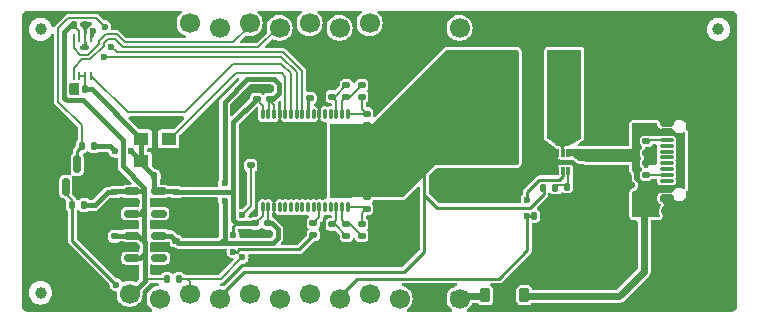
<source format=gtl>
G04 #@! TF.GenerationSoftware,KiCad,Pcbnew,8.0.1-8.0.1-1~ubuntu22.04.1*
G04 #@! TF.CreationDate,2024-09-16T09:20:12+02:00*
G04 #@! TF.ProjectId,NerdNOS,4e657264-4e4f-4532-9e6b-696361645f70,rev?*
G04 #@! TF.SameCoordinates,Original*
G04 #@! TF.FileFunction,Copper,L1,Top*
G04 #@! TF.FilePolarity,Positive*
%FSLAX46Y46*%
G04 Gerber Fmt 4.6, Leading zero omitted, Abs format (unit mm)*
G04 Created by KiCad (PCBNEW 8.0.1-8.0.1-1~ubuntu22.04.1) date 2024-09-16 09:20:12*
%MOMM*%
%LPD*%
G01*
G04 APERTURE LIST*
G04 Aperture macros list*
%AMRoundRect*
0 Rectangle with rounded corners*
0 $1 Rounding radius*
0 $2 $3 $4 $5 $6 $7 $8 $9 X,Y pos of 4 corners*
0 Add a 4 corners polygon primitive as box body*
4,1,4,$2,$3,$4,$5,$6,$7,$8,$9,$2,$3,0*
0 Add four circle primitives for the rounded corners*
1,1,$1+$1,$2,$3*
1,1,$1+$1,$4,$5*
1,1,$1+$1,$6,$7*
1,1,$1+$1,$8,$9*
0 Add four rect primitives between the rounded corners*
20,1,$1+$1,$2,$3,$4,$5,0*
20,1,$1+$1,$4,$5,$6,$7,0*
20,1,$1+$1,$6,$7,$8,$9,0*
20,1,$1+$1,$8,$9,$2,$3,0*%
G04 Aperture macros list end*
G04 #@! TA.AperFunction,SMDPad,CuDef*
%ADD10RoundRect,0.150000X-0.512500X-0.150000X0.512500X-0.150000X0.512500X0.150000X-0.512500X0.150000X0*%
G04 #@! TD*
G04 #@! TA.AperFunction,SMDPad,CuDef*
%ADD11RoundRect,0.135000X0.185000X-0.135000X0.185000X0.135000X-0.185000X0.135000X-0.185000X-0.135000X0*%
G04 #@! TD*
G04 #@! TA.AperFunction,SMDPad,CuDef*
%ADD12R,2.700000X7.500000*%
G04 #@! TD*
G04 #@! TA.AperFunction,SMDPad,CuDef*
%ADD13RoundRect,0.140000X0.170000X-0.140000X0.170000X0.140000X-0.170000X0.140000X-0.170000X-0.140000X0*%
G04 #@! TD*
G04 #@! TA.AperFunction,SMDPad,CuDef*
%ADD14RoundRect,0.140000X-0.170000X0.140000X-0.170000X-0.140000X0.170000X-0.140000X0.170000X0.140000X0*%
G04 #@! TD*
G04 #@! TA.AperFunction,SMDPad,CuDef*
%ADD15RoundRect,0.250000X-0.475000X0.250000X-0.475000X-0.250000X0.475000X-0.250000X0.475000X0.250000X0*%
G04 #@! TD*
G04 #@! TA.AperFunction,SMDPad,CuDef*
%ADD16RoundRect,0.140000X0.140000X0.170000X-0.140000X0.170000X-0.140000X-0.170000X0.140000X-0.170000X0*%
G04 #@! TD*
G04 #@! TA.AperFunction,SMDPad,CuDef*
%ADD17RoundRect,0.150000X0.150000X-0.587500X0.150000X0.587500X-0.150000X0.587500X-0.150000X-0.587500X0*%
G04 #@! TD*
G04 #@! TA.AperFunction,SMDPad,CuDef*
%ADD18RoundRect,0.135000X-0.185000X0.135000X-0.185000X-0.135000X0.185000X-0.135000X0.185000X0.135000X0*%
G04 #@! TD*
G04 #@! TA.AperFunction,SMDPad,CuDef*
%ADD19RoundRect,0.150000X0.425000X-0.150000X0.425000X0.150000X-0.425000X0.150000X-0.425000X-0.150000X0*%
G04 #@! TD*
G04 #@! TA.AperFunction,SMDPad,CuDef*
%ADD20RoundRect,0.075000X0.500000X-0.075000X0.500000X0.075000X-0.500000X0.075000X-0.500000X-0.075000X0*%
G04 #@! TD*
G04 #@! TA.AperFunction,ComponentPad*
%ADD21O,2.100000X1.000000*%
G04 #@! TD*
G04 #@! TA.AperFunction,ComponentPad*
%ADD22O,1.800000X1.000000*%
G04 #@! TD*
G04 #@! TA.AperFunction,SMDPad,CuDef*
%ADD23RoundRect,0.135000X0.135000X0.185000X-0.135000X0.185000X-0.135000X-0.185000X0.135000X-0.185000X0*%
G04 #@! TD*
G04 #@! TA.AperFunction,SMDPad,CuDef*
%ADD24R,1.300000X1.100000*%
G04 #@! TD*
G04 #@! TA.AperFunction,SMDPad,CuDef*
%ADD25RoundRect,0.250000X-1.100000X0.325000X-1.100000X-0.325000X1.100000X-0.325000X1.100000X0.325000X0*%
G04 #@! TD*
G04 #@! TA.AperFunction,SMDPad,CuDef*
%ADD26C,1.000000*%
G04 #@! TD*
G04 #@! TA.AperFunction,SMDPad,CuDef*
%ADD27RoundRect,0.225000X-0.225000X-0.375000X0.225000X-0.375000X0.225000X0.375000X-0.225000X0.375000X0*%
G04 #@! TD*
G04 #@! TA.AperFunction,SMDPad,CuDef*
%ADD28RoundRect,0.135000X-0.135000X-0.185000X0.135000X-0.185000X0.135000X0.185000X-0.135000X0.185000X0*%
G04 #@! TD*
G04 #@! TA.AperFunction,SMDPad,CuDef*
%ADD29RoundRect,0.135000X-0.000010X0.295000X-0.000010X-0.295000X0.000010X-0.295000X0.000010X0.295000X0*%
G04 #@! TD*
G04 #@! TA.AperFunction,SMDPad,CuDef*
%ADD30R,1.850000X6.300000*%
G04 #@! TD*
G04 #@! TA.AperFunction,SMDPad,CuDef*
%ADD31R,5.550000X6.300000*%
G04 #@! TD*
G04 #@! TA.AperFunction,SMDPad,CuDef*
%ADD32R,0.254000X0.762000*%
G04 #@! TD*
G04 #@! TA.AperFunction,SMDPad,CuDef*
%ADD33RoundRect,0.075000X-0.075000X0.275000X-0.075000X-0.275000X0.075000X-0.275000X0.075000X0.275000X0*%
G04 #@! TD*
G04 #@! TA.AperFunction,ComponentPad*
%ADD34C,1.700000*%
G04 #@! TD*
G04 #@! TA.AperFunction,ViaPad*
%ADD35C,0.600000*%
G04 #@! TD*
G04 #@! TA.AperFunction,Conductor*
%ADD36C,0.400000*%
G04 #@! TD*
G04 #@! TA.AperFunction,Conductor*
%ADD37C,0.200000*%
G04 #@! TD*
G04 #@! TA.AperFunction,Conductor*
%ADD38C,0.254000*%
G04 #@! TD*
G04 #@! TA.AperFunction,Conductor*
%ADD39C,0.600000*%
G04 #@! TD*
G04 APERTURE END LIST*
D10*
X89662500Y-72550001D03*
X89662500Y-73500000D03*
X89662500Y-74449999D03*
X91937500Y-74449999D03*
X91937500Y-72550001D03*
D11*
X133165000Y-65550000D03*
X133165000Y-64530000D03*
D12*
X126200000Y-60600000D03*
X120400000Y-60600000D03*
D13*
X100200000Y-60980000D03*
X100200000Y-60020000D03*
D14*
X109100000Y-59820000D03*
X109100000Y-60780000D03*
D15*
X121600000Y-65800000D03*
X121600000Y-67700000D03*
D16*
X85680000Y-54750400D03*
X84720000Y-54750400D03*
D17*
X84050000Y-68404999D03*
X85950000Y-68404999D03*
X85000000Y-66529999D03*
D14*
X106600000Y-59820000D03*
X106600000Y-60780000D03*
D18*
X133165000Y-66430000D03*
X133165000Y-67450000D03*
D14*
X88200000Y-72620000D03*
X88200000Y-73580000D03*
D18*
X105000000Y-71490001D03*
X105000000Y-72509999D03*
D19*
X134910000Y-69390000D03*
X134910000Y-68590000D03*
D20*
X134910000Y-67440000D03*
X134910000Y-66440000D03*
X134910000Y-65940000D03*
X134910000Y-64940000D03*
D19*
X134910000Y-62990000D03*
X134910000Y-63790000D03*
D20*
X134910000Y-64440000D03*
X134910000Y-65440000D03*
X134910000Y-66940000D03*
X134910000Y-67940000D03*
D21*
X135485000Y-70510000D03*
D22*
X139665000Y-70510000D03*
D21*
X135485000Y-61870000D03*
D22*
X139665000Y-61870000D03*
D14*
X106600000Y-71600000D03*
X106600000Y-72560000D03*
X100100000Y-71520000D03*
X100100000Y-72480000D03*
X107800000Y-71600000D03*
X107800000Y-72560000D03*
D23*
X93610000Y-76200000D03*
X92590000Y-76200000D03*
D14*
X107800000Y-59820000D03*
X107800000Y-60780000D03*
D15*
X131200000Y-65750000D03*
X131200000Y-67650000D03*
D24*
X90445000Y-66265000D03*
X92745000Y-66265000D03*
X92745000Y-64365000D03*
X90445000Y-64365000D03*
D15*
X129200000Y-65750000D03*
X129200000Y-67650000D03*
X119500000Y-65800000D03*
X119500000Y-67700000D03*
D16*
X92495000Y-67515000D03*
X91535000Y-67515000D03*
D25*
X116700000Y-64825000D03*
X116700000Y-67775000D03*
D14*
X93362500Y-68870001D03*
X93362500Y-69830001D03*
D26*
X139300000Y-55100000D03*
D16*
X85680000Y-60150400D03*
X84720000Y-60150400D03*
D27*
X119550000Y-77600000D03*
X122850000Y-77600000D03*
D13*
X101300000Y-60980000D03*
X101300000Y-60020000D03*
D28*
X85390000Y-65000000D03*
X86410000Y-65000000D03*
D23*
X125500000Y-68500000D03*
X124480000Y-68500000D03*
D29*
X107900000Y-62265400D03*
X107420000Y-62265400D03*
X106940000Y-62265400D03*
X106460000Y-62265400D03*
X105980000Y-62265400D03*
X105500000Y-62265400D03*
X105020000Y-62265400D03*
X104540000Y-62265400D03*
X104060000Y-62265400D03*
X103580000Y-62265400D03*
X103100000Y-62265400D03*
X102620000Y-62265400D03*
X102140000Y-62265400D03*
X101660000Y-62265400D03*
X101180000Y-62265400D03*
X100700000Y-62265400D03*
X100700000Y-70134600D03*
X101180000Y-70134600D03*
X101660000Y-70134600D03*
X102140000Y-70134600D03*
X102620000Y-70134600D03*
X103100000Y-70134600D03*
X103580000Y-70134600D03*
X104060000Y-70134600D03*
X104540000Y-70134600D03*
X105020000Y-70134600D03*
X105500000Y-70134600D03*
X105980000Y-70134600D03*
X106460000Y-70134600D03*
X106940000Y-70134600D03*
X107420000Y-70134600D03*
X107900000Y-70134600D03*
D30*
X107300000Y-66200000D03*
D31*
X103100000Y-66200000D03*
D32*
X86200252Y-55850400D03*
X85700126Y-55850400D03*
X85200000Y-55850400D03*
X84699874Y-55850400D03*
X84699874Y-59000000D03*
X85200000Y-59000000D03*
X85700126Y-59000000D03*
X86200252Y-59000000D03*
D14*
X88162500Y-68870001D03*
X88162500Y-69830001D03*
X93400000Y-73020000D03*
X93400000Y-73980000D03*
X109100000Y-71600000D03*
X109100000Y-72560000D03*
D26*
X81900000Y-77400000D03*
D18*
X104700000Y-59890000D03*
X104700000Y-60910000D03*
D14*
X109500000Y-69320000D03*
X109500000Y-70280000D03*
D18*
X99700000Y-65590000D03*
X99700000Y-66610000D03*
D10*
X89625000Y-68800002D03*
X89625000Y-69750001D03*
X89625000Y-70700000D03*
X91900000Y-70700000D03*
X91900000Y-68800002D03*
D23*
X127510000Y-68400000D03*
X126490000Y-68400000D03*
D14*
X109500000Y-62220000D03*
X109500000Y-63180000D03*
X101200000Y-71520000D03*
X101200000Y-72480000D03*
D33*
X126600000Y-65550000D03*
X126100000Y-65550000D03*
X125600000Y-65550000D03*
X125600000Y-67050000D03*
X126100000Y-67050000D03*
X126600000Y-67050000D03*
D26*
X81900000Y-55100000D03*
D14*
X127700000Y-65820000D03*
X127700000Y-66780000D03*
D23*
X85610000Y-69967499D03*
X84590000Y-69967499D03*
D28*
X123680000Y-70880000D03*
X124700000Y-70880000D03*
D34*
X89440000Y-77490000D03*
X91980000Y-77890000D03*
X94520000Y-77490000D03*
X97060000Y-77890000D03*
X99600000Y-77490000D03*
X102140000Y-77890000D03*
X104680000Y-77490000D03*
X107220000Y-77890000D03*
X109760000Y-77490000D03*
X112300000Y-77890000D03*
X114840000Y-77490000D03*
X117380000Y-77890000D03*
X117380000Y-54970000D03*
X114840000Y-54570000D03*
X112300000Y-54970000D03*
X109760000Y-54570000D03*
X107220000Y-54970000D03*
X104680000Y-54570000D03*
X102140000Y-54970000D03*
X99600000Y-54570000D03*
X97060000Y-54970000D03*
X94520000Y-54570000D03*
X91980000Y-54970000D03*
X89440000Y-54570000D03*
D35*
X89600000Y-65400000D03*
X98200000Y-73900000D03*
X88200000Y-65400000D03*
X98200000Y-72500000D03*
X124300000Y-67200000D03*
X131300000Y-68300000D03*
X125600000Y-66300000D03*
X99400000Y-65100000D03*
X104050000Y-65700000D03*
X101050000Y-64700000D03*
X88837500Y-73500000D03*
X105050000Y-66700000D03*
X88700000Y-69750001D03*
X127200000Y-67800000D03*
X125000000Y-65800000D03*
X122900000Y-65100000D03*
X104050000Y-64700000D03*
X105050000Y-63700000D03*
X124300000Y-65100000D03*
X101050000Y-68700000D03*
X122900000Y-65800000D03*
X104800000Y-59300000D03*
X102050000Y-66700000D03*
X103050000Y-63700000D03*
X121250000Y-68450000D03*
X103050000Y-68700000D03*
X103050000Y-64700000D03*
X105050000Y-68700000D03*
X123600000Y-65100000D03*
X106600000Y-59300008D03*
X104050000Y-63700000D03*
X104050000Y-66700000D03*
X101050000Y-65700000D03*
X127700000Y-67300000D03*
X93337500Y-74450001D03*
X85703276Y-56567732D03*
X101050000Y-63700000D03*
X122000000Y-68450000D03*
X128500000Y-68300000D03*
X119000000Y-68450000D03*
X102050000Y-64700000D03*
X92150604Y-66912971D03*
X100800000Y-60020000D03*
X125150000Y-70850000D03*
X130600000Y-68300000D03*
X118200000Y-68500000D03*
X103050000Y-66700000D03*
X105050000Y-67700000D03*
X133800000Y-66290000D03*
X125000000Y-65100000D03*
X125000000Y-67200000D03*
X105050000Y-64700000D03*
X100700000Y-72480000D03*
X102050000Y-68700000D03*
X120500000Y-68450000D03*
X116700000Y-68500000D03*
X92295000Y-65515000D03*
X117450000Y-68500000D03*
X101050000Y-67700000D03*
X119750000Y-68450000D03*
X104050000Y-68700000D03*
X103050000Y-67700000D03*
X104050000Y-67700000D03*
X129200000Y-68300000D03*
X84650000Y-60164644D03*
X106600000Y-73100000D03*
X115900000Y-68500000D03*
X102050000Y-67700000D03*
X105050000Y-65700000D03*
X133800000Y-65390000D03*
X129900000Y-68300000D03*
X124300000Y-65800000D03*
X132000000Y-68300000D03*
X102050000Y-63700000D03*
X123600000Y-65800000D03*
X101050000Y-66700000D03*
X102050000Y-65700000D03*
X103050000Y-65700000D03*
X93400000Y-70400002D03*
X86500000Y-68029999D03*
X97500000Y-68100000D03*
X97500000Y-69600000D03*
X123100000Y-69499996D03*
X123100000Y-70854000D03*
X87900000Y-56550000D03*
X87327674Y-54864687D03*
X98966669Y-74400000D03*
X98966669Y-70820000D03*
X86371817Y-55246412D03*
X87300000Y-57432774D03*
X88300000Y-76700000D03*
D36*
X86230400Y-60150400D02*
X85680000Y-60150400D01*
X90445000Y-66425000D02*
X91535000Y-67515000D01*
D37*
X85700126Y-60130274D02*
X85680000Y-60150400D01*
D36*
X98200000Y-69000000D02*
X98070001Y-68870001D01*
X90445000Y-64365000D02*
X90445000Y-65400000D01*
X98070001Y-68870001D02*
X93362500Y-68870001D01*
X98216669Y-62963331D02*
X98216669Y-71216669D01*
D38*
X103786999Y-73723000D02*
X98686246Y-73723000D01*
X98200000Y-71800000D02*
X98480000Y-71520000D01*
D36*
X87800000Y-65000000D02*
X88200000Y-65400000D01*
X89600000Y-65400000D02*
X89600000Y-65420000D01*
D37*
X85700126Y-59000000D02*
X85700126Y-60130274D01*
D36*
X100200000Y-60980000D02*
X98216669Y-62963331D01*
X90445000Y-65400000D02*
X90445000Y-66265000D01*
D38*
X98686246Y-73723000D02*
X98509246Y-73900000D01*
D37*
X100100000Y-71520000D02*
X100700000Y-70920000D01*
D38*
X98509246Y-73900000D02*
X98200000Y-73900000D01*
D36*
X91900000Y-68800002D02*
X91535000Y-68435002D01*
X91900000Y-68800002D02*
X93292501Y-68800002D01*
D37*
X100700000Y-62265400D02*
X100700000Y-61470000D01*
D38*
X105000000Y-72509999D02*
X103786999Y-73723000D01*
D36*
X90445000Y-66265000D02*
X90445000Y-66425000D01*
X99126008Y-71520000D02*
X100100000Y-71520000D01*
X86700000Y-65000000D02*
X87800000Y-65000000D01*
D38*
X98480000Y-71520000D02*
X99126008Y-71520000D01*
D37*
X100700000Y-70920000D02*
X100700000Y-70134600D01*
D36*
X98520000Y-71520000D02*
X99126008Y-71520000D01*
X90445000Y-64365000D02*
X86230400Y-60150400D01*
D37*
X85700126Y-59000000D02*
X85200000Y-59000000D01*
D36*
X91535000Y-68435002D02*
X91535000Y-67515000D01*
D37*
X100690000Y-61470000D02*
X100200000Y-60980000D01*
D36*
X98216669Y-71216669D02*
X98520000Y-71520000D01*
X86410000Y-65000000D02*
X86700000Y-65000000D01*
X89600000Y-65420000D02*
X90445000Y-66265000D01*
D38*
X98200000Y-72500000D02*
X98200000Y-71800000D01*
D37*
X100700000Y-61470000D02*
X100690000Y-61470000D01*
D36*
X93292501Y-68800002D02*
X93362500Y-68870001D01*
D37*
X99400000Y-65290000D02*
X99400000Y-65100000D01*
D39*
X129200000Y-67650000D02*
X131200000Y-67650000D01*
D36*
X89625000Y-69750001D02*
X88242500Y-69750001D01*
D37*
X133800000Y-65390000D02*
X133325000Y-65390000D01*
D39*
X119500000Y-67700000D02*
X119500000Y-68200000D01*
X121600000Y-68100000D02*
X121250000Y-68450000D01*
D37*
X134910000Y-69390000D02*
X134910000Y-69935000D01*
D36*
X126888248Y-66300000D02*
X125600000Y-66300000D01*
D37*
X92150604Y-67170604D02*
X92495000Y-67515000D01*
X127510000Y-68110000D02*
X127200000Y-67800000D01*
X102050000Y-67450000D02*
X102050000Y-67250000D01*
X125600000Y-67050000D02*
X125600000Y-65550000D01*
X85950000Y-68404999D02*
X86325000Y-68029999D01*
X106600000Y-59820000D02*
X106600000Y-59300008D01*
X101660000Y-68840000D02*
X102050000Y-68450000D01*
X103050000Y-66250000D02*
X103100000Y-66200000D01*
X101660000Y-70134600D02*
X101660000Y-69090000D01*
X102050000Y-68450000D02*
X101660000Y-68060000D01*
D39*
X121600000Y-67700000D02*
X120500000Y-67700000D01*
X121600000Y-67700000D02*
X122100000Y-67200000D01*
X123820000Y-66480000D02*
X124100000Y-66480000D01*
D37*
X105500000Y-62265400D02*
X105500000Y-63250000D01*
D36*
X93400000Y-73980000D02*
X93400000Y-74387501D01*
D37*
X86325000Y-68029999D02*
X86500000Y-68029999D01*
D39*
X122000000Y-68100000D02*
X121600000Y-67700000D01*
X122000000Y-68450000D02*
X122100000Y-68450000D01*
X123100000Y-67200000D02*
X123820000Y-66480000D01*
D37*
X133800000Y-66290000D02*
X133660000Y-66430000D01*
X92150604Y-66912971D02*
X92150604Y-67170604D01*
X134910000Y-62990000D02*
X134910000Y-62445000D01*
X102850000Y-66450000D02*
X103050000Y-66450000D01*
D39*
X128250000Y-67650000D02*
X129200000Y-67650000D01*
X121600000Y-67700000D02*
X121600000Y-68100000D01*
D37*
X106600000Y-72560000D02*
X106600000Y-73100000D01*
X102140000Y-63610000D02*
X102050000Y-63700000D01*
D39*
X127700000Y-67100000D02*
X128250000Y-67650000D01*
D37*
X101300000Y-60020000D02*
X100200000Y-60020000D01*
D36*
X93362500Y-70362502D02*
X93400000Y-70400002D01*
X88242500Y-69750001D02*
X88162500Y-69830001D01*
D37*
X102140000Y-62265400D02*
X102140000Y-63610000D01*
X105500000Y-63250000D02*
X105050000Y-63700000D01*
D39*
X119500000Y-67950000D02*
X119000000Y-68450000D01*
X119500000Y-68200000D02*
X119750000Y-68450000D01*
X116925000Y-67700000D02*
X116700000Y-67475000D01*
D36*
X127700000Y-66780000D02*
X127368248Y-66780000D01*
D37*
X92295000Y-65515000D02*
X92295000Y-65595000D01*
D36*
X127368248Y-66780000D02*
X126888248Y-66300000D01*
D39*
X119500000Y-67700000D02*
X119500000Y-67950000D01*
D37*
X101850000Y-67450000D02*
X102050000Y-67450000D01*
X125120000Y-70880000D02*
X125150000Y-70850000D01*
D39*
X120500000Y-67700000D02*
X119500000Y-67700000D01*
D37*
X133660000Y-66430000D02*
X133165000Y-66430000D01*
X99700000Y-65590000D02*
X99400000Y-65290000D01*
X101660000Y-69090000D02*
X102050000Y-68700000D01*
X101660000Y-68060000D02*
X101660000Y-67640000D01*
X124700000Y-70880000D02*
X125120000Y-70880000D01*
D39*
X127700000Y-66780000D02*
X127700000Y-67100000D01*
D37*
X102050000Y-67250000D02*
X102850000Y-66450000D01*
X100100000Y-72480000D02*
X101200000Y-72480000D01*
D36*
X93362500Y-69830001D02*
X93362500Y-70362502D01*
D37*
X103050000Y-66450000D02*
X103050000Y-66250000D01*
X101660000Y-67640000D02*
X101850000Y-67450000D01*
X134910000Y-69935000D02*
X135485000Y-70510000D01*
D39*
X119500000Y-67700000D02*
X116925000Y-67700000D01*
D36*
X88280000Y-73500000D02*
X88200000Y-73580000D01*
D38*
X104700000Y-59400000D02*
X104800000Y-59300000D01*
D39*
X125420000Y-66480000D02*
X125600000Y-66300000D01*
X120500000Y-67700000D02*
X120500000Y-68450000D01*
X124100000Y-66480000D02*
X125420000Y-66480000D01*
X122100000Y-67200000D02*
X123100000Y-67200000D01*
D37*
X84720000Y-60150400D02*
X84664244Y-60150400D01*
D38*
X104700000Y-59890000D02*
X104700000Y-59400000D01*
D39*
X122000000Y-68450000D02*
X122000000Y-68100000D01*
D37*
X127510000Y-68300000D02*
X127510000Y-68110000D01*
X134910000Y-62445000D02*
X135485000Y-61870000D01*
X92705000Y-66005000D02*
X93295000Y-66005000D01*
D36*
X89662500Y-73500000D02*
X88280000Y-73500000D01*
D37*
X92295000Y-65595000D02*
X92705000Y-66005000D01*
X85700126Y-56564582D02*
X85703276Y-56567732D01*
X85700126Y-55850400D02*
X85700126Y-54770526D01*
X85700126Y-55850400D02*
X85700126Y-56564582D01*
X85700126Y-54770526D02*
X85680000Y-54750400D01*
X84664244Y-60150400D02*
X84650000Y-60164644D01*
D36*
X93400000Y-74387501D02*
X93337500Y-74450001D01*
D37*
X106940000Y-61120000D02*
X106600000Y-60780000D01*
X106940000Y-62265400D02*
X106940000Y-61120000D01*
X106600000Y-60780000D02*
X106840000Y-60780000D01*
X106840000Y-60780000D02*
X107800000Y-59820000D01*
X107420000Y-61160000D02*
X107800000Y-60780000D01*
X107420000Y-62265400D02*
X107420000Y-61160000D01*
X108140000Y-60780000D02*
X109100000Y-59820000D01*
X107800000Y-60780000D02*
X108140000Y-60780000D01*
D36*
X93580000Y-73200000D02*
X93400000Y-73020000D01*
X97500000Y-61200000D02*
X97500000Y-68100000D01*
X101200000Y-71520000D02*
X101509999Y-71520000D01*
X91937500Y-72550001D02*
X92930001Y-72550001D01*
X102000000Y-72757556D02*
X101561556Y-73196000D01*
D37*
X101351471Y-61180000D02*
X101660000Y-61488529D01*
X101219264Y-62226136D02*
X101219264Y-61140736D01*
D36*
X102000000Y-72010001D02*
X102000000Y-72757556D01*
X101609999Y-60980000D02*
X102100000Y-60489999D01*
D37*
X101219264Y-61140736D02*
X101258528Y-61180000D01*
D36*
X101300000Y-60980000D02*
X101609999Y-60980000D01*
D37*
X101180000Y-71080000D02*
X101180000Y-70134600D01*
D36*
X102100000Y-60489999D02*
X102100000Y-59742444D01*
X92930001Y-72550001D02*
X93400000Y-73020000D01*
D37*
X101660000Y-61488529D02*
X101660000Y-62265400D01*
D36*
X101561556Y-73196000D02*
X98467956Y-73196000D01*
X97500000Y-72800000D02*
X97500000Y-69600000D01*
X101657556Y-59300000D02*
X99400000Y-59300000D01*
X98467956Y-73196000D02*
X98463955Y-73200000D01*
D37*
X101258528Y-61180000D02*
X101351471Y-61180000D01*
X101180000Y-71240000D02*
X101180000Y-71080000D01*
D36*
X102100000Y-59742444D02*
X101657556Y-59300000D01*
X101509999Y-71520000D02*
X102000000Y-72010001D01*
X99400000Y-59300000D02*
X97500000Y-61200000D01*
X97100000Y-73200000D02*
X97500000Y-72800000D01*
D37*
X101180000Y-62265400D02*
X101219264Y-62226136D01*
D36*
X98463955Y-73200000D02*
X93580000Y-73200000D01*
D37*
X109100000Y-61820000D02*
X109500000Y-62220000D01*
X109454600Y-62265400D02*
X109500000Y-62220000D01*
X107900000Y-62265400D02*
X109454600Y-62265400D01*
X109100000Y-60780000D02*
X109100000Y-61820000D01*
D38*
X114400000Y-69100000D02*
X114400000Y-73900000D01*
X123380423Y-70177000D02*
X115477000Y-70177000D01*
X124490000Y-69067423D02*
X123380423Y-70177000D01*
X112700000Y-75600000D02*
X99150000Y-75600000D01*
X115477000Y-70177000D02*
X114400000Y-69100000D01*
X116700000Y-64825000D02*
X114400000Y-67125000D01*
X124490000Y-68400000D02*
X124490000Y-69067423D01*
X114400000Y-73900000D02*
X112700000Y-75600000D01*
X114400000Y-67125000D02*
X114400000Y-69100000D01*
X99150000Y-75600000D02*
X97060000Y-77690000D01*
D37*
X109100000Y-71600000D02*
X109100000Y-70680000D01*
X109354600Y-70134600D02*
X109500000Y-70280000D01*
X109100000Y-70680000D02*
X109500000Y-70280000D01*
X107900000Y-70134600D02*
X109354600Y-70134600D01*
X107800000Y-71600000D02*
X108140000Y-71600000D01*
X108140000Y-71600000D02*
X109100000Y-72560000D01*
X107420000Y-71220000D02*
X107800000Y-71600000D01*
X107420000Y-70134600D02*
X107420000Y-71220000D01*
X106840000Y-71600000D02*
X107800000Y-72560000D01*
X106940000Y-71260000D02*
X106600000Y-71600000D01*
X106940000Y-70134600D02*
X106940000Y-71260000D01*
X106600000Y-71600000D02*
X106840000Y-71600000D01*
D36*
X88269999Y-72550001D02*
X88200000Y-72620000D01*
X89625000Y-68800002D02*
X88232499Y-68800002D01*
X86500000Y-70000000D02*
X86200000Y-70000000D01*
X83900000Y-60889950D02*
X83900000Y-55290401D01*
X88232499Y-68800002D02*
X88162500Y-68870001D01*
X84440001Y-54750400D02*
X84720000Y-54750400D01*
D37*
X85200000Y-55230400D02*
X84720000Y-54750400D01*
D36*
X88900000Y-66700002D02*
X88900000Y-64500000D01*
X83900000Y-55290401D02*
X84440001Y-54750400D01*
X90687500Y-68512502D02*
X90700000Y-68500002D01*
X90725000Y-74049998D02*
X90725000Y-73118026D01*
X90550000Y-76580000D02*
X89440000Y-77690000D01*
X90687500Y-70299999D02*
X90687500Y-68512502D01*
X90400000Y-68800002D02*
X89625000Y-68800002D01*
X89662500Y-74449999D02*
X90324999Y-74449999D01*
X90725000Y-76405000D02*
X89440000Y-77690000D01*
X90287499Y-70700000D02*
X90687500Y-70299999D01*
X90687500Y-73080526D02*
X90725000Y-73118026D01*
X90324999Y-74449999D02*
X90725000Y-74049998D01*
X86167499Y-69967499D02*
X85610000Y-69967499D01*
X86200000Y-70000000D02*
X86167499Y-69967499D01*
X87629999Y-68870001D02*
X86500000Y-70000000D01*
X90725000Y-73118026D02*
X90156975Y-72550001D01*
X85500000Y-61100000D02*
X84110050Y-61100000D01*
X90700000Y-68500002D02*
X88900000Y-66700002D01*
X90156975Y-72550001D02*
X89662500Y-72550001D01*
X88900000Y-64500000D02*
X85500000Y-61100000D01*
X88162500Y-68870001D02*
X87629999Y-68870001D01*
X90725000Y-74049998D02*
X90725000Y-76405000D01*
X84110050Y-61100000D02*
X83900000Y-60889950D01*
X89625000Y-70700000D02*
X90287499Y-70700000D01*
X90700000Y-68500002D02*
X90400000Y-68800002D01*
X90687500Y-70299999D02*
X90687500Y-73080526D01*
D37*
X85200000Y-55850400D02*
X85200000Y-55230400D01*
X92590000Y-76200000D02*
X90850000Y-76200000D01*
D36*
X89662500Y-72550001D02*
X88269999Y-72550001D01*
D38*
X107220000Y-77690000D02*
X108710000Y-76200000D01*
X124141076Y-67840000D02*
X123100000Y-68881076D01*
X126100000Y-67050000D02*
X126100000Y-67540000D01*
X123100000Y-70854000D02*
X123654000Y-70854000D01*
X123100000Y-73800000D02*
X123100000Y-70854000D01*
X123654000Y-70854000D02*
X123680000Y-70880000D01*
X120700000Y-76200000D02*
X123100000Y-73800000D01*
X125800000Y-67840000D02*
X124141076Y-67840000D01*
X126100000Y-67540000D02*
X125800000Y-67840000D01*
X123100000Y-68881076D02*
X123100000Y-69499996D01*
X108710000Y-76200000D02*
X120700000Y-76200000D01*
D37*
X105500000Y-70990001D02*
X105500000Y-70045000D01*
X105000000Y-71490001D02*
X105500000Y-70990001D01*
X83400000Y-55000000D02*
X84259600Y-54140400D01*
X85400000Y-64967499D02*
X85400000Y-63200000D01*
X104060000Y-58655837D02*
X102404163Y-57000000D01*
X86603387Y-54140400D02*
X87327674Y-54864687D01*
X83400000Y-61200000D02*
X83400000Y-55000000D01*
X85400000Y-63200000D02*
X83400000Y-61200000D01*
X104060000Y-62265400D02*
X104060000Y-58655837D01*
X84259600Y-54140400D02*
X86603387Y-54140400D01*
X102404163Y-57000000D02*
X88350000Y-57000000D01*
X88350000Y-57000000D02*
X87900000Y-56550000D01*
D38*
X85000000Y-66529999D02*
X85000000Y-65367499D01*
X85000000Y-65367499D02*
X85400000Y-64967499D01*
D37*
X102307106Y-58800000D02*
X98410000Y-58800000D01*
X98410000Y-58800000D02*
X92845000Y-64365000D01*
X102620000Y-59112894D02*
X102307106Y-58800000D01*
X92845000Y-64365000D02*
X92745000Y-64365000D01*
X102620000Y-62265400D02*
X102620000Y-59112894D01*
X99700000Y-70086669D02*
X99700000Y-66610000D01*
X98966669Y-70820000D02*
X99700000Y-70086669D01*
X94520000Y-76420000D02*
X94300000Y-76200000D01*
X97166669Y-76200000D02*
X98966669Y-74400000D01*
X94300000Y-76200000D02*
X93610000Y-76200000D01*
X93610000Y-76200000D02*
X97166669Y-76200000D01*
X94520000Y-77690000D02*
X94520000Y-76420000D01*
X133175000Y-67440000D02*
X134910000Y-67440000D01*
X133175000Y-64440000D02*
X134910000Y-64440000D01*
X102271250Y-57432774D02*
X87300000Y-57432774D01*
X103580000Y-58741524D02*
X102271250Y-57432774D01*
X86371817Y-55246412D02*
X86371817Y-55678835D01*
X103580000Y-62265400D02*
X103580000Y-58741524D01*
X86371817Y-55678835D02*
X86200252Y-55850400D01*
X102272791Y-58000000D02*
X98200000Y-58000000D01*
X94100000Y-62100000D02*
X89300252Y-62100000D01*
X103100000Y-58827210D02*
X102272791Y-58000000D01*
X98200000Y-58000000D02*
X94100000Y-62100000D01*
X103100000Y-62265400D02*
X103100000Y-58827210D01*
X89300252Y-62100000D02*
X86200252Y-59000000D01*
D38*
X104540000Y-61070000D02*
X104700000Y-60910000D01*
X104540000Y-62265400D02*
X104540000Y-61070000D01*
D37*
X84050000Y-68504999D02*
X84050000Y-69017499D01*
D38*
X84590000Y-72990000D02*
X84590000Y-69967499D01*
D37*
X84050000Y-69017499D02*
X84500000Y-69467499D01*
D38*
X84590000Y-72990000D02*
X88300000Y-76700000D01*
D37*
X84590000Y-69967499D02*
X84590000Y-69557499D01*
X84590000Y-69557499D02*
X84500000Y-69467499D01*
X125510000Y-68300000D02*
X126590000Y-68300000D01*
X126600000Y-67050000D02*
X126600000Y-68290000D01*
X126590000Y-68300000D02*
X126600000Y-68290000D01*
X84699874Y-58375389D02*
X84699874Y-59000000D01*
X100310000Y-56600000D02*
X88869239Y-56600000D01*
X87250000Y-56280761D02*
X87250000Y-56472281D01*
X88869239Y-56600000D02*
X88169239Y-55900000D01*
X87630761Y-55900000D02*
X87250000Y-56280761D01*
X85450063Y-57625200D02*
X84699874Y-58375389D01*
X102140000Y-54770000D02*
X100310000Y-56600000D01*
X88169239Y-55900000D02*
X87630761Y-55900000D01*
X86097081Y-57625200D02*
X85450063Y-57625200D01*
X87250000Y-56472281D02*
X86097081Y-57625200D01*
X85284378Y-57225200D02*
X84699874Y-56640696D01*
X86850000Y-56306596D02*
X85931396Y-57225200D01*
X86850000Y-56115076D02*
X86850000Y-56306596D01*
X99600000Y-54770000D02*
X98170000Y-56200000D01*
X88334924Y-55500000D02*
X87465075Y-55500000D01*
X85931396Y-57225200D02*
X85284378Y-57225200D01*
X89034924Y-56200000D02*
X88334924Y-55500000D01*
X87465075Y-55500000D02*
X86850000Y-56115076D01*
X98170000Y-56200000D02*
X89034924Y-56200000D01*
X84699874Y-56640696D02*
X84699874Y-55850400D01*
D39*
X133015000Y-70022500D02*
X133000000Y-70037500D01*
D36*
X127256776Y-65820000D02*
X126986776Y-65550000D01*
D39*
X133000000Y-75600000D02*
X130900000Y-77700000D01*
X129200000Y-65750000D02*
X131200000Y-65750000D01*
D36*
X127700000Y-65820000D02*
X127256776Y-65820000D01*
D39*
X133015000Y-68590000D02*
X133015000Y-70022500D01*
X133000000Y-70037500D02*
X133000000Y-75600000D01*
X134910000Y-63790000D02*
X134211606Y-63790000D01*
X129130000Y-65820000D02*
X129200000Y-65750000D01*
X134910000Y-68590000D02*
X133015000Y-68590000D01*
X130900000Y-77700000D02*
X122950000Y-77700000D01*
X127700000Y-65820000D02*
X129130000Y-65820000D01*
X122950000Y-77700000D02*
X122850000Y-77600000D01*
X134181606Y-63760000D02*
X132545000Y-63760000D01*
X134910000Y-68590000D02*
X135237563Y-68590000D01*
D36*
X126986776Y-65550000D02*
X126670000Y-65550000D01*
D39*
X134211606Y-63790000D02*
X134181606Y-63760000D01*
D37*
X116690000Y-77500000D02*
X116890000Y-77300000D01*
D39*
X119150000Y-77700000D02*
X117570000Y-77700000D01*
X117560000Y-77510000D02*
X117380000Y-77690000D01*
X117570000Y-77700000D02*
X117380000Y-77890000D01*
G04 #@! TA.AperFunction,Conductor*
G36*
X132000000Y-66300000D02*
G01*
X128092632Y-66300000D01*
X128036338Y-66286485D01*
X127992175Y-66263983D01*
X127992174Y-66263982D01*
X127992171Y-66263981D01*
X127900735Y-66249500D01*
X127863441Y-66249500D01*
X127831348Y-66245275D01*
X127807105Y-66238779D01*
X127772475Y-66229500D01*
X127627525Y-66229500D01*
X127627521Y-66229500D01*
X127568647Y-66245275D01*
X127536556Y-66249500D01*
X127526213Y-66249500D01*
X127459174Y-66229815D01*
X127438532Y-66213181D01*
X127164864Y-65939513D01*
X127164862Y-65939511D01*
X127109208Y-65907379D01*
X127062136Y-65880201D01*
X127050028Y-65876957D01*
X127037921Y-65873713D01*
X127037918Y-65873712D01*
X126984840Y-65859490D01*
X126947557Y-65849500D01*
X126947556Y-65849500D01*
X126624500Y-65849500D01*
X126557461Y-65829815D01*
X126511706Y-65777011D01*
X126500500Y-65725500D01*
X126500499Y-65324000D01*
X126520183Y-65256961D01*
X126572987Y-65211206D01*
X126624499Y-65200000D01*
X132000000Y-65200000D01*
X132000000Y-66300000D01*
G37*
G04 #@! TD.AperFunction*
G04 #@! TA.AperFunction,Conductor*
G36*
X122161980Y-56802383D02*
G01*
X122221480Y-56814218D01*
X122266175Y-56832730D01*
X122306272Y-56859522D01*
X122340477Y-56893727D01*
X122367267Y-56933822D01*
X122385781Y-56978517D01*
X122397617Y-57038022D01*
X122400000Y-57062210D01*
X122400000Y-65051854D01*
X122398738Y-65069500D01*
X122394353Y-65099999D01*
X122398738Y-65130498D01*
X122400000Y-65148145D01*
X122400000Y-65751854D01*
X122398738Y-65769500D01*
X122394353Y-65799999D01*
X122398738Y-65830498D01*
X122400000Y-65848145D01*
X122400000Y-66337789D01*
X122397617Y-66361982D01*
X122385781Y-66421482D01*
X122367267Y-66466179D01*
X122340481Y-66506268D01*
X122306269Y-66540479D01*
X122271975Y-66563394D01*
X122266179Y-66567267D01*
X122221482Y-66585781D01*
X122187857Y-66592469D01*
X122161978Y-66597617D01*
X122137789Y-66600000D01*
X115300000Y-66600000D01*
X115226780Y-66673219D01*
X115226774Y-66673224D01*
X115226773Y-66673225D01*
X112681858Y-69218141D01*
X112663067Y-69233562D01*
X112612625Y-69267266D01*
X112567928Y-69285781D01*
X112533777Y-69292574D01*
X112508425Y-69297617D01*
X112484236Y-69300000D01*
X110000000Y-69300000D01*
X106652628Y-69300000D01*
X106628412Y-69297612D01*
X106619656Y-69295868D01*
X106568854Y-69285752D01*
X106524119Y-69267201D01*
X106484006Y-69240364D01*
X106449786Y-69206089D01*
X106423012Y-69165931D01*
X106404535Y-69121168D01*
X106392771Y-69061585D01*
X106390423Y-69037381D01*
X106394355Y-66600000D01*
X106399577Y-63361792D01*
X106401994Y-63337634D01*
X106413901Y-63278211D01*
X106432449Y-63233581D01*
X106459256Y-63193549D01*
X106493456Y-63159405D01*
X106533527Y-63132666D01*
X106578179Y-63114191D01*
X106637637Y-63102376D01*
X106661797Y-63100000D01*
X109896449Y-63100000D01*
X110000000Y-63100000D01*
X116218146Y-56881853D01*
X116236927Y-56866440D01*
X116287376Y-56832732D01*
X116332071Y-56814218D01*
X116391573Y-56802383D01*
X116415764Y-56800000D01*
X122137789Y-56800000D01*
X122161980Y-56802383D01*
G37*
G04 #@! TD.AperFunction*
G04 #@! TA.AperFunction,Conductor*
G36*
X134077539Y-63019685D02*
G01*
X134123294Y-63072489D01*
X134134500Y-63124000D01*
X134134500Y-63173260D01*
X134144426Y-63241391D01*
X134195803Y-63346485D01*
X134278514Y-63429196D01*
X134278515Y-63429196D01*
X134278517Y-63429198D01*
X134383607Y-63480573D01*
X134417673Y-63485536D01*
X134451739Y-63490500D01*
X135358863Y-63490500D01*
X135425902Y-63510185D01*
X135466250Y-63552500D01*
X135524482Y-63653361D01*
X135524484Y-63653363D01*
X135524485Y-63653365D01*
X135631635Y-63760515D01*
X135762865Y-63836281D01*
X135909234Y-63875500D01*
X135909236Y-63875500D01*
X136060764Y-63875500D01*
X136060766Y-63875500D01*
X136207135Y-63836281D01*
X136314001Y-63774581D01*
X136381899Y-63758109D01*
X136447926Y-63780961D01*
X136491117Y-63835882D01*
X136500000Y-63881969D01*
X136500000Y-68498030D01*
X136480315Y-68565069D01*
X136427511Y-68610824D01*
X136358353Y-68620768D01*
X136314000Y-68605417D01*
X136207138Y-68543720D01*
X136207135Y-68543719D01*
X136060766Y-68504500D01*
X135909234Y-68504500D01*
X135762863Y-68543719D01*
X135631635Y-68619485D01*
X135631632Y-68619487D01*
X135524487Y-68726632D01*
X135524482Y-68726638D01*
X135466250Y-68827500D01*
X135415683Y-68875716D01*
X135358863Y-68889500D01*
X134451739Y-68889500D01*
X134383608Y-68899426D01*
X134278514Y-68950803D01*
X134195803Y-69033514D01*
X134144426Y-69138608D01*
X134134500Y-69206739D01*
X134134500Y-69573260D01*
X134144426Y-69641391D01*
X134195803Y-69746485D01*
X134278514Y-69829196D01*
X134278515Y-69829196D01*
X134278517Y-69829198D01*
X134355303Y-69866736D01*
X134406886Y-69913864D01*
X134424800Y-69981398D01*
X134403359Y-70047897D01*
X134394529Y-70058566D01*
X134394751Y-70058748D01*
X134390885Y-70063458D01*
X134314228Y-70178182D01*
X134314221Y-70178195D01*
X134261421Y-70305667D01*
X134261418Y-70305677D01*
X134234500Y-70441004D01*
X134234500Y-70441007D01*
X134234500Y-70578993D01*
X134234500Y-70578995D01*
X134234499Y-70578995D01*
X134261418Y-70714322D01*
X134261420Y-70714328D01*
X134308731Y-70828547D01*
X134316200Y-70898017D01*
X134284925Y-70960496D01*
X134224836Y-70996148D01*
X134194170Y-71000000D01*
X132124000Y-71000000D01*
X132056961Y-70980315D01*
X132011206Y-70927511D01*
X132000000Y-70876000D01*
X132000000Y-68914455D01*
X132019685Y-68847416D01*
X132072489Y-68801661D01*
X132089066Y-68795478D01*
X132210050Y-68759954D01*
X132210050Y-68759953D01*
X132210053Y-68759953D01*
X132331128Y-68682143D01*
X132425377Y-68573373D01*
X132485165Y-68442457D01*
X132505647Y-68300000D01*
X132485165Y-68157543D01*
X132425377Y-68026627D01*
X132331128Y-67917857D01*
X132210053Y-67840047D01*
X132210051Y-67840046D01*
X132210049Y-67840045D01*
X132201983Y-67836361D01*
X132203068Y-67833984D01*
X132155780Y-67803589D01*
X132126761Y-67740030D01*
X132125500Y-67722394D01*
X132125500Y-67624316D01*
X132644500Y-67624316D01*
X132650931Y-67673171D01*
X132650932Y-67673173D01*
X132700935Y-67780404D01*
X132784596Y-67864065D01*
X132891827Y-67914068D01*
X132940683Y-67920500D01*
X132940684Y-67920500D01*
X133389317Y-67920500D01*
X133409392Y-67917857D01*
X133438173Y-67914068D01*
X133545404Y-67864065D01*
X133629065Y-67780404D01*
X133629065Y-67780403D01*
X133632650Y-67776819D01*
X133693973Y-67743334D01*
X133720331Y-67740500D01*
X134010500Y-67740500D01*
X134077539Y-67760185D01*
X134123294Y-67812989D01*
X134134500Y-67864499D01*
X134134500Y-68042129D01*
X134150485Y-68122495D01*
X134211375Y-68213624D01*
X134247876Y-68238013D01*
X134302505Y-68274515D01*
X134302508Y-68274515D01*
X134302509Y-68274516D01*
X134329533Y-68279891D01*
X134382867Y-68290500D01*
X135437132Y-68290499D01*
X135517495Y-68274515D01*
X135608624Y-68213624D01*
X135669515Y-68122495D01*
X135685500Y-68042133D01*
X135685499Y-67837868D01*
X135669515Y-67757505D01*
X135669513Y-67757502D01*
X135664841Y-67746222D01*
X135666285Y-67745623D01*
X135649563Y-67692211D01*
X135665517Y-67634056D01*
X135664842Y-67633777D01*
X135667070Y-67628396D01*
X135668049Y-67624831D01*
X135669452Y-67622647D01*
X135669516Y-67622493D01*
X135685499Y-67542136D01*
X135685500Y-67542133D01*
X135685499Y-67337868D01*
X135669515Y-67257505D01*
X135669513Y-67257502D01*
X135664841Y-67246222D01*
X135666285Y-67245623D01*
X135649563Y-67192211D01*
X135665517Y-67134056D01*
X135664842Y-67133777D01*
X135667070Y-67128396D01*
X135668049Y-67124831D01*
X135669452Y-67122647D01*
X135669516Y-67122493D01*
X135685499Y-67042136D01*
X135685500Y-67042133D01*
X135685499Y-66837870D01*
X135685499Y-66837868D01*
X135669515Y-66757505D01*
X135669513Y-66757502D01*
X135664841Y-66746222D01*
X135666285Y-66745623D01*
X135649563Y-66692211D01*
X135665517Y-66634056D01*
X135664842Y-66633777D01*
X135667070Y-66628396D01*
X135668049Y-66624831D01*
X135669452Y-66622647D01*
X135669516Y-66622493D01*
X135685499Y-66542136D01*
X135685500Y-66542133D01*
X135685499Y-66337868D01*
X135669515Y-66257505D01*
X135669513Y-66257502D01*
X135664841Y-66246222D01*
X135666285Y-66245623D01*
X135649563Y-66192211D01*
X135665517Y-66134056D01*
X135664842Y-66133777D01*
X135667070Y-66128396D01*
X135668049Y-66124831D01*
X135669452Y-66122647D01*
X135669516Y-66122493D01*
X135685499Y-66042136D01*
X135685500Y-66042133D01*
X135685499Y-65837868D01*
X135669515Y-65757505D01*
X135669513Y-65757502D01*
X135664841Y-65746222D01*
X135666285Y-65745623D01*
X135649563Y-65692211D01*
X135665517Y-65634056D01*
X135664842Y-65633777D01*
X135667070Y-65628396D01*
X135668049Y-65624831D01*
X135669452Y-65622647D01*
X135669516Y-65622493D01*
X135685499Y-65542136D01*
X135685500Y-65542133D01*
X135685499Y-65337868D01*
X135669515Y-65257505D01*
X135669513Y-65257502D01*
X135664841Y-65246222D01*
X135666285Y-65245623D01*
X135649563Y-65192211D01*
X135665517Y-65134056D01*
X135664842Y-65133777D01*
X135667070Y-65128396D01*
X135668049Y-65124831D01*
X135669452Y-65122647D01*
X135669516Y-65122493D01*
X135685499Y-65042136D01*
X135685500Y-65042133D01*
X135685499Y-64837868D01*
X135669515Y-64757505D01*
X135669513Y-64757502D01*
X135664841Y-64746222D01*
X135666285Y-64745623D01*
X135649563Y-64692211D01*
X135665517Y-64634056D01*
X135664842Y-64633777D01*
X135667070Y-64628396D01*
X135668049Y-64624831D01*
X135669452Y-64622647D01*
X135669516Y-64622493D01*
X135685499Y-64542136D01*
X135685500Y-64542133D01*
X135685499Y-64337868D01*
X135669515Y-64257505D01*
X135630821Y-64199596D01*
X135608624Y-64166375D01*
X135537124Y-64118601D01*
X135517495Y-64105485D01*
X135517493Y-64105484D01*
X135517490Y-64105483D01*
X135437135Y-64089500D01*
X134382870Y-64089500D01*
X134302503Y-64105485D01*
X134302500Y-64105486D01*
X134282875Y-64118601D01*
X134216198Y-64139480D01*
X134213983Y-64139500D01*
X133618155Y-64139500D01*
X133551116Y-64119815D01*
X133547031Y-64117075D01*
X133545407Y-64115938D01*
X133545404Y-64115935D01*
X133438173Y-64065932D01*
X133438171Y-64065931D01*
X133438172Y-64065931D01*
X133389317Y-64059500D01*
X133389316Y-64059500D01*
X132940684Y-64059500D01*
X132940683Y-64059500D01*
X132891828Y-64065931D01*
X132784595Y-64115935D01*
X132700935Y-64199595D01*
X132650931Y-64306828D01*
X132644500Y-64355683D01*
X132644500Y-64704316D01*
X132650931Y-64753171D01*
X132700935Y-64860404D01*
X132792267Y-64951736D01*
X132789443Y-64954559D01*
X132820183Y-64993042D01*
X132827352Y-65062542D01*
X132795808Y-65124886D01*
X132792101Y-65128098D01*
X132792267Y-65128264D01*
X132700935Y-65219595D01*
X132650931Y-65326828D01*
X132644500Y-65375683D01*
X132644500Y-65724316D01*
X132650931Y-65773171D01*
X132700935Y-65880404D01*
X132722850Y-65902319D01*
X132756335Y-65963642D01*
X132751351Y-66033334D01*
X132722850Y-66077681D01*
X132700935Y-66099595D01*
X132650931Y-66206828D01*
X132644500Y-66255683D01*
X132644500Y-66604316D01*
X132650931Y-66653171D01*
X132700935Y-66760404D01*
X132792267Y-66851736D01*
X132789443Y-66854559D01*
X132820183Y-66893042D01*
X132827352Y-66962542D01*
X132795808Y-67024886D01*
X132792101Y-67028098D01*
X132792267Y-67028264D01*
X132700935Y-67119595D01*
X132650931Y-67226828D01*
X132644500Y-67275683D01*
X132644500Y-67624316D01*
X132125500Y-67624316D01*
X132125500Y-67345730D01*
X132122646Y-67315303D01*
X132122646Y-67315301D01*
X132077793Y-67187118D01*
X132042650Y-67139500D01*
X132024229Y-67114539D01*
X132000258Y-67048910D01*
X132000000Y-67040907D01*
X132000000Y-66300000D01*
X132000000Y-63124000D01*
X132019685Y-63056961D01*
X132072489Y-63011206D01*
X132124000Y-63000000D01*
X134010500Y-63000000D01*
X134077539Y-63019685D01*
G37*
G04 #@! TD.AperFunction*
G04 #@! TA.AperFunction,Conductor*
G36*
X127643039Y-56819685D02*
G01*
X127688794Y-56872489D01*
X127700000Y-56924000D01*
X127700000Y-64228040D01*
X127680315Y-64295079D01*
X127637521Y-64335702D01*
X126591964Y-64933162D01*
X126530446Y-64949500D01*
X126486867Y-64949500D01*
X126469749Y-64951753D01*
X126439455Y-64955741D01*
X126439453Y-64955741D01*
X126439452Y-64955742D01*
X126439451Y-64955742D01*
X126335420Y-65004253D01*
X126254253Y-65085420D01*
X126212382Y-65175213D01*
X126166209Y-65227652D01*
X126099016Y-65246804D01*
X126032135Y-65226588D01*
X125987618Y-65175213D01*
X125952545Y-65100000D01*
X125945747Y-65085421D01*
X125864579Y-65004253D01*
X125760545Y-64955741D01*
X125760543Y-64955740D01*
X125719878Y-64950387D01*
X125663132Y-64927732D01*
X125448141Y-64771375D01*
X125422703Y-64746582D01*
X125411410Y-64731866D01*
X125392621Y-64707379D01*
X125277625Y-64619139D01*
X125277622Y-64619138D01*
X125277620Y-64619136D01*
X125201054Y-64587422D01*
X125175573Y-64573144D01*
X124851067Y-64337139D01*
X124808427Y-64281789D01*
X124800000Y-64236856D01*
X124800000Y-56924000D01*
X124819685Y-56856961D01*
X124872489Y-56811206D01*
X124924000Y-56800000D01*
X127576000Y-56800000D01*
X127643039Y-56819685D01*
G37*
G04 #@! TD.AperFunction*
G04 #@! TA.AperFunction,Conductor*
G36*
X93807164Y-53519685D02*
G01*
X93852919Y-53572489D01*
X93862863Y-53641647D01*
X93833838Y-53705203D01*
X93823663Y-53715637D01*
X93703237Y-53825418D01*
X93580327Y-53988178D01*
X93489422Y-54170739D01*
X93489417Y-54170752D01*
X93433602Y-54366917D01*
X93414785Y-54569999D01*
X93414785Y-54570000D01*
X93433602Y-54773082D01*
X93489417Y-54969247D01*
X93489422Y-54969260D01*
X93580327Y-55151821D01*
X93703237Y-55314581D01*
X93853958Y-55451980D01*
X93853960Y-55451982D01*
X93950415Y-55511704D01*
X94027363Y-55559348D01*
X94076731Y-55578473D01*
X94157784Y-55609873D01*
X94213186Y-55652446D01*
X94236776Y-55718213D01*
X94221065Y-55786293D01*
X94171041Y-55835072D01*
X94112990Y-55849500D01*
X89231468Y-55849500D01*
X89164429Y-55829815D01*
X89143787Y-55813181D01*
X88550137Y-55219531D01*
X88550132Y-55219527D01*
X88470212Y-55173386D01*
X88469089Y-55173085D01*
X88469082Y-55173081D01*
X88469082Y-55173083D01*
X88425074Y-55161291D01*
X88381068Y-55149500D01*
X88381067Y-55149500D01*
X87986822Y-55149500D01*
X87919783Y-55129815D01*
X87874028Y-55077011D01*
X87863883Y-55009314D01*
X87882924Y-54864687D01*
X87882924Y-54864686D01*
X87880099Y-54843230D01*
X87864004Y-54720978D01*
X87808535Y-54587062D01*
X87720295Y-54472066D01*
X87605299Y-54383826D01*
X87605298Y-54383825D01*
X87605296Y-54383824D01*
X87471386Y-54328358D01*
X87471384Y-54328357D01*
X87471383Y-54328357D01*
X87380312Y-54316367D01*
X87327675Y-54309437D01*
X87319547Y-54309437D01*
X87319547Y-54305930D01*
X87266287Y-54297459D01*
X87231796Y-54273127D01*
X86818600Y-53859931D01*
X86818595Y-53859927D01*
X86738677Y-53813787D01*
X86738676Y-53813786D01*
X86738675Y-53813786D01*
X86649531Y-53789900D01*
X84213456Y-53789900D01*
X84124312Y-53813786D01*
X84124309Y-53813787D01*
X84044391Y-53859927D01*
X84044386Y-53859931D01*
X83119532Y-54784785D01*
X83119525Y-54784794D01*
X83085787Y-54843230D01*
X83035220Y-54891445D01*
X82966612Y-54904667D01*
X82901748Y-54878699D01*
X82861220Y-54821784D01*
X82859750Y-54817255D01*
X82828814Y-54715273D01*
X82828812Y-54715270D01*
X82828812Y-54715268D01*
X82735913Y-54541467D01*
X82735909Y-54541460D01*
X82610883Y-54389116D01*
X82458539Y-54264090D01*
X82458532Y-54264086D01*
X82284733Y-54171188D01*
X82284727Y-54171186D01*
X82096132Y-54113976D01*
X82096129Y-54113975D01*
X81900000Y-54094659D01*
X81703870Y-54113975D01*
X81515266Y-54171188D01*
X81341467Y-54264086D01*
X81341460Y-54264090D01*
X81189116Y-54389116D01*
X81064090Y-54541460D01*
X81064086Y-54541467D01*
X80971188Y-54715266D01*
X80913975Y-54903870D01*
X80894659Y-55100000D01*
X80913975Y-55296129D01*
X80971188Y-55484733D01*
X81064086Y-55658532D01*
X81064090Y-55658539D01*
X81189116Y-55810883D01*
X81341460Y-55935909D01*
X81341467Y-55935913D01*
X81515266Y-56028811D01*
X81515269Y-56028811D01*
X81515273Y-56028814D01*
X81703868Y-56086024D01*
X81900000Y-56105341D01*
X82096132Y-56086024D01*
X82284727Y-56028814D01*
X82458538Y-55935910D01*
X82610883Y-55810883D01*
X82735910Y-55658538D01*
X82788930Y-55559344D01*
X82816142Y-55508435D01*
X82865104Y-55458591D01*
X82933241Y-55443130D01*
X82998921Y-55466961D01*
X83041290Y-55522519D01*
X83049500Y-55566888D01*
X83049500Y-61246144D01*
X83050029Y-61248118D01*
X83066542Y-61309747D01*
X83073386Y-61335287D01*
X83073387Y-61335290D01*
X83119527Y-61415208D01*
X83119531Y-61415213D01*
X85013181Y-63308863D01*
X85046666Y-63370186D01*
X85049500Y-63396544D01*
X85049500Y-64423959D01*
X85029815Y-64490998D01*
X85013181Y-64511640D01*
X84936923Y-64587897D01*
X84936921Y-64587900D01*
X84880419Y-64703478D01*
X84880418Y-64703480D01*
X84880418Y-64703482D01*
X84869500Y-64778418D01*
X84869500Y-64778423D01*
X84869500Y-64912771D01*
X84849815Y-64979810D01*
X84833185Y-65000447D01*
X84783134Y-65050500D01*
X84697924Y-65135710D01*
X84648226Y-65221787D01*
X84626202Y-65303984D01*
X84622500Y-65317799D01*
X84622500Y-65552244D01*
X84602815Y-65619283D01*
X84586181Y-65639925D01*
X84521954Y-65704151D01*
X84521951Y-65704156D01*
X84464352Y-65817197D01*
X84449500Y-65910974D01*
X84449500Y-67149016D01*
X84461191Y-67222829D01*
X84464354Y-67242803D01*
X84471472Y-67256772D01*
X84484367Y-67325441D01*
X84458090Y-67390181D01*
X84400983Y-67430437D01*
X84334960Y-67433266D01*
X84334943Y-67433379D01*
X84334389Y-67433291D01*
X84331177Y-67433429D01*
X84326109Y-67431979D01*
X84231524Y-67416999D01*
X83868482Y-67416999D01*
X83787519Y-67429822D01*
X83774696Y-67431853D01*
X83661658Y-67489449D01*
X83661657Y-67489450D01*
X83661652Y-67489453D01*
X83571954Y-67579151D01*
X83571951Y-67579156D01*
X83514352Y-67692197D01*
X83499500Y-67785974D01*
X83499500Y-69024016D01*
X83508423Y-69080353D01*
X83514354Y-69117803D01*
X83571950Y-69230841D01*
X83571952Y-69230843D01*
X83571954Y-69230846D01*
X83661652Y-69320544D01*
X83661654Y-69320545D01*
X83661658Y-69320549D01*
X83759074Y-69370185D01*
X83774698Y-69378146D01*
X83868474Y-69392998D01*
X83868475Y-69392998D01*
X83868481Y-69392999D01*
X83878449Y-69392998D01*
X83945487Y-69412678D01*
X83966136Y-69429317D01*
X84059640Y-69522821D01*
X84093125Y-69584144D01*
X84088141Y-69653836D01*
X84083362Y-69664958D01*
X84080418Y-69670978D01*
X84077299Y-69692389D01*
X84069500Y-69745917D01*
X84069500Y-70189081D01*
X84080418Y-70264017D01*
X84080418Y-70264018D01*
X84080419Y-70264020D01*
X84136921Y-70379598D01*
X84136923Y-70379601D01*
X84176180Y-70418857D01*
X84209666Y-70480180D01*
X84212500Y-70506539D01*
X84212500Y-72940301D01*
X84212500Y-73039699D01*
X84238226Y-73135710D01*
X84287925Y-73221790D01*
X84287927Y-73221792D01*
X87711743Y-76645609D01*
X87745228Y-76706932D01*
X87747001Y-76717103D01*
X87763670Y-76843708D01*
X87763671Y-76843712D01*
X87819137Y-76977622D01*
X87819138Y-76977624D01*
X87819139Y-76977625D01*
X87907379Y-77092621D01*
X88022375Y-77180861D01*
X88156291Y-77236330D01*
X88237562Y-77247029D01*
X88301458Y-77275295D01*
X88339929Y-77333620D01*
X88344847Y-77381409D01*
X88334785Y-77489998D01*
X88334785Y-77490000D01*
X88353602Y-77693082D01*
X88409417Y-77889247D01*
X88409422Y-77889260D01*
X88500327Y-78071821D01*
X88623237Y-78234581D01*
X88773958Y-78371980D01*
X88773960Y-78371982D01*
X88827837Y-78405341D01*
X88947363Y-78479348D01*
X89137544Y-78553024D01*
X89338024Y-78590500D01*
X89338026Y-78590500D01*
X89541974Y-78590500D01*
X89541976Y-78590500D01*
X89742456Y-78553024D01*
X89932637Y-78479348D01*
X90106041Y-78371981D01*
X90234122Y-78255219D01*
X90256762Y-78234581D01*
X90256764Y-78234579D01*
X90379673Y-78071821D01*
X90470582Y-77889250D01*
X90526397Y-77693083D01*
X90545215Y-77490000D01*
X90527848Y-77302582D01*
X90541263Y-77234016D01*
X90563635Y-77203467D01*
X91085489Y-76681614D01*
X91097044Y-76661600D01*
X91119731Y-76622306D01*
X91119731Y-76622304D01*
X91125392Y-76612499D01*
X91175960Y-76564284D01*
X91232779Y-76550500D01*
X91818388Y-76550500D01*
X91885427Y-76570185D01*
X91931182Y-76622989D01*
X91941126Y-76692147D01*
X91912101Y-76755703D01*
X91853323Y-76793477D01*
X91841180Y-76796387D01*
X91677544Y-76826976D01*
X91677541Y-76826976D01*
X91677541Y-76826977D01*
X91487364Y-76900651D01*
X91487357Y-76900655D01*
X91313960Y-77008017D01*
X91313958Y-77008019D01*
X91163237Y-77145418D01*
X91040327Y-77308178D01*
X90949422Y-77490739D01*
X90949417Y-77490752D01*
X90893602Y-77686917D01*
X90874785Y-77889999D01*
X90874785Y-77890000D01*
X90893602Y-78093082D01*
X90949417Y-78289247D01*
X90949422Y-78289260D01*
X91040327Y-78471821D01*
X91163237Y-78634581D01*
X91313958Y-78771980D01*
X91318535Y-78775437D01*
X91317396Y-78776944D01*
X91358322Y-78822606D01*
X91369423Y-78891588D01*
X91341468Y-78955621D01*
X91283331Y-78994375D01*
X91246407Y-79000000D01*
X80802022Y-79000000D01*
X80797979Y-78999934D01*
X80792688Y-78999761D01*
X80748717Y-78998326D01*
X80720670Y-78994167D01*
X80623601Y-78968158D01*
X80593694Y-78955770D01*
X80508443Y-78906550D01*
X80482762Y-78886844D01*
X80413155Y-78817237D01*
X80393449Y-78791556D01*
X80382147Y-78771980D01*
X80344227Y-78706301D01*
X80331843Y-78676403D01*
X80305831Y-78579325D01*
X80301673Y-78551282D01*
X80300066Y-78502021D01*
X80300000Y-78497978D01*
X80300000Y-77400000D01*
X80894659Y-77400000D01*
X80913975Y-77596129D01*
X80913976Y-77596132D01*
X80941515Y-77686917D01*
X80971188Y-77784733D01*
X81064086Y-77958532D01*
X81064090Y-77958539D01*
X81189116Y-78110883D01*
X81341460Y-78235909D01*
X81341467Y-78235913D01*
X81515266Y-78328811D01*
X81515269Y-78328811D01*
X81515273Y-78328814D01*
X81703868Y-78386024D01*
X81900000Y-78405341D01*
X82096132Y-78386024D01*
X82284727Y-78328814D01*
X82302660Y-78319229D01*
X82458532Y-78235913D01*
X82458538Y-78235910D01*
X82610883Y-78110883D01*
X82735910Y-77958538D01*
X82828814Y-77784727D01*
X82886024Y-77596132D01*
X82905341Y-77400000D01*
X82886024Y-77203868D01*
X82828814Y-77015273D01*
X82828811Y-77015269D01*
X82828811Y-77015266D01*
X82735913Y-76841467D01*
X82735909Y-76841460D01*
X82610883Y-76689116D01*
X82458539Y-76564090D01*
X82458532Y-76564086D01*
X82284733Y-76471188D01*
X82284727Y-76471186D01*
X82096132Y-76413976D01*
X82096129Y-76413975D01*
X81900000Y-76394659D01*
X81703870Y-76413975D01*
X81515266Y-76471188D01*
X81341467Y-76564086D01*
X81341460Y-76564090D01*
X81189116Y-76689116D01*
X81064090Y-76841460D01*
X81064086Y-76841467D01*
X80971188Y-77015266D01*
X80913975Y-77203870D01*
X80894659Y-77400000D01*
X80300000Y-77400000D01*
X80300000Y-54002021D01*
X80300066Y-53997978D01*
X80301673Y-53948720D01*
X80301674Y-53948717D01*
X80301673Y-53948715D01*
X80305831Y-53920675D01*
X80331843Y-53823594D01*
X80344226Y-53793701D01*
X80393452Y-53708437D01*
X80413151Y-53682766D01*
X80482766Y-53613151D01*
X80508437Y-53593452D01*
X80593701Y-53544226D01*
X80623594Y-53531843D01*
X80720675Y-53505831D01*
X80748715Y-53501673D01*
X80793582Y-53500209D01*
X80797979Y-53500066D01*
X80802022Y-53500000D01*
X93740125Y-53500000D01*
X93807164Y-53519685D01*
G37*
G04 #@! TD.AperFunction*
G04 #@! TA.AperFunction,Conductor*
G36*
X117140990Y-76597185D02*
G01*
X117186745Y-76649989D01*
X117196689Y-76719147D01*
X117167664Y-76782703D01*
X117108886Y-76820477D01*
X117096747Y-76823386D01*
X117077544Y-76826976D01*
X117077541Y-76826976D01*
X117077541Y-76826977D01*
X116887366Y-76900650D01*
X116887362Y-76900652D01*
X116797006Y-76956597D01*
X116763832Y-76970941D01*
X116754712Y-76973386D01*
X116717672Y-76994771D01*
X116674789Y-77019529D01*
X116674786Y-77019531D01*
X116409531Y-77284786D01*
X116409527Y-77284791D01*
X116363385Y-77364713D01*
X116363384Y-77364714D01*
X116339501Y-77453850D01*
X116339501Y-77508307D01*
X116334767Y-77542241D01*
X116293603Y-77686915D01*
X116293602Y-77686917D01*
X116274785Y-77889999D01*
X116274785Y-77890000D01*
X116293602Y-78093082D01*
X116349417Y-78289247D01*
X116349422Y-78289260D01*
X116440327Y-78471821D01*
X116563237Y-78634581D01*
X116713958Y-78771980D01*
X116718535Y-78775437D01*
X116717396Y-78776944D01*
X116758322Y-78822606D01*
X116769423Y-78891588D01*
X116741468Y-78955621D01*
X116683331Y-78994375D01*
X116646407Y-79000000D01*
X113033593Y-79000000D01*
X112966554Y-78980315D01*
X112920799Y-78927511D01*
X112910855Y-78858353D01*
X112939880Y-78794797D01*
X112961911Y-78776028D01*
X112961465Y-78775437D01*
X112966033Y-78771985D01*
X112966041Y-78771981D01*
X113116764Y-78634579D01*
X113239673Y-78471821D01*
X113330582Y-78289250D01*
X113386397Y-78093083D01*
X113405215Y-77890000D01*
X113405146Y-77889260D01*
X113386397Y-77686917D01*
X113360565Y-77596129D01*
X113330582Y-77490750D01*
X113330208Y-77489999D01*
X113252341Y-77333620D01*
X113239673Y-77308179D01*
X113142498Y-77179498D01*
X113116762Y-77145418D01*
X112966041Y-77008019D01*
X112966039Y-77008017D01*
X112792642Y-76900655D01*
X112792635Y-76900651D01*
X112662513Y-76850242D01*
X112602456Y-76826976D01*
X112583262Y-76823388D01*
X112520983Y-76791721D01*
X112485710Y-76731408D01*
X112488644Y-76661600D01*
X112528853Y-76604460D01*
X112593571Y-76578129D01*
X112606049Y-76577500D01*
X117073951Y-76577500D01*
X117140990Y-76597185D01*
G37*
G04 #@! TD.AperFunction*
G04 #@! TA.AperFunction,Conductor*
G36*
X134027539Y-64810185D02*
G01*
X134073294Y-64862989D01*
X134084500Y-64914499D01*
X134084500Y-65053131D01*
X134084501Y-65053138D01*
X134090741Y-65100545D01*
X134108018Y-65137596D01*
X134118509Y-65206673D01*
X134108018Y-65242402D01*
X134090742Y-65279451D01*
X134090740Y-65279458D01*
X134084500Y-65326859D01*
X134084500Y-65553131D01*
X134084501Y-65553138D01*
X134090741Y-65600545D01*
X134108018Y-65637596D01*
X134118509Y-65706673D01*
X134108018Y-65742402D01*
X134090742Y-65779451D01*
X134090740Y-65779458D01*
X134084500Y-65826859D01*
X134084500Y-66053131D01*
X134084501Y-66053138D01*
X134090741Y-66100545D01*
X134108018Y-66137596D01*
X134118509Y-66206673D01*
X134108018Y-66242402D01*
X134090742Y-66279451D01*
X134090740Y-66279458D01*
X134084500Y-66326860D01*
X134084500Y-66381470D01*
X134064815Y-66448509D01*
X134012011Y-66494264D01*
X133978146Y-66504208D01*
X133903592Y-66514926D01*
X133903580Y-66514929D01*
X133871734Y-66524279D01*
X133852331Y-66529977D01*
X133817398Y-66535000D01*
X133769837Y-66535000D01*
X133750006Y-66533404D01*
X133743719Y-66532385D01*
X133707969Y-66526593D01*
X133707966Y-66526592D01*
X133646677Y-66524405D01*
X133646676Y-66524405D01*
X133610244Y-66525707D01*
X133515108Y-66555498D01*
X133515106Y-66555498D01*
X133515106Y-66555499D01*
X133453785Y-66588984D01*
X133395579Y-66632558D01*
X133395564Y-66632571D01*
X133357069Y-66671067D01*
X133357060Y-66671078D01*
X133343144Y-66691904D01*
X133337823Y-66699269D01*
X133306095Y-66739948D01*
X133275653Y-66800200D01*
X133227851Y-66851158D01*
X133160087Y-66868184D01*
X133093876Y-66845870D01*
X133054858Y-66801284D01*
X133023109Y-66739948D01*
X133019813Y-66733580D01*
X133009881Y-66721146D01*
X132991833Y-66698552D01*
X132985631Y-66690074D01*
X132972933Y-66671070D01*
X132972930Y-66671067D01*
X132972929Y-66671065D01*
X132936319Y-66634455D01*
X132902834Y-66573132D01*
X132900000Y-66546774D01*
X132900000Y-66306454D01*
X132919685Y-66239415D01*
X132927450Y-66228646D01*
X132937788Y-66215818D01*
X132966289Y-66171471D01*
X132979826Y-66147699D01*
X133006200Y-66051559D01*
X133011184Y-65981867D01*
X133010371Y-65936330D01*
X133010370Y-65936328D01*
X133010370Y-65936324D01*
X132993003Y-65880862D01*
X132980582Y-65841194D01*
X132947100Y-65779876D01*
X132947100Y-65779875D01*
X132939769Y-65770082D01*
X132925273Y-65750717D01*
X132912138Y-65728766D01*
X132911594Y-65727598D01*
X132900000Y-65675245D01*
X132900000Y-65433224D01*
X132919685Y-65366185D01*
X132936317Y-65345543D01*
X132972932Y-65308931D01*
X132972933Y-65308930D01*
X132986778Y-65288209D01*
X132992108Y-65280833D01*
X133023787Y-65240236D01*
X133055331Y-65177892D01*
X133072190Y-65135581D01*
X133072190Y-65135578D01*
X133074970Y-65128602D01*
X133118071Y-65073610D01*
X133184061Y-65050650D01*
X133190163Y-65050500D01*
X133386577Y-65050500D01*
X133386582Y-65050500D01*
X133461518Y-65039582D01*
X133519310Y-65011329D01*
X133577099Y-64983078D01*
X133577102Y-64983076D01*
X133668073Y-64892105D01*
X133668076Y-64892102D01*
X133683751Y-64860037D01*
X133730880Y-64808457D01*
X133795151Y-64790500D01*
X133960500Y-64790500D01*
X134027539Y-64810185D01*
G37*
G04 #@! TD.AperFunction*
G04 #@! TA.AperFunction,Conductor*
G36*
X103967164Y-53519685D02*
G01*
X104012919Y-53572489D01*
X104022863Y-53641647D01*
X103993838Y-53705203D01*
X103983663Y-53715637D01*
X103863237Y-53825418D01*
X103740327Y-53988178D01*
X103649422Y-54170739D01*
X103649417Y-54170752D01*
X103593602Y-54366917D01*
X103574785Y-54569999D01*
X103574785Y-54570000D01*
X103593602Y-54773082D01*
X103649417Y-54969247D01*
X103649422Y-54969260D01*
X103740327Y-55151821D01*
X103863237Y-55314581D01*
X104013958Y-55451980D01*
X104013960Y-55451982D01*
X104110415Y-55511704D01*
X104187363Y-55559348D01*
X104377544Y-55633024D01*
X104578024Y-55670500D01*
X104578026Y-55670500D01*
X104781974Y-55670500D01*
X104781976Y-55670500D01*
X104982456Y-55633024D01*
X105172637Y-55559348D01*
X105346041Y-55451981D01*
X105496764Y-55314579D01*
X105619673Y-55151821D01*
X105710209Y-54970000D01*
X106114785Y-54970000D01*
X106133602Y-55173082D01*
X106189417Y-55369247D01*
X106189422Y-55369260D01*
X106280327Y-55551821D01*
X106403237Y-55714581D01*
X106511397Y-55813181D01*
X106551237Y-55849500D01*
X106553958Y-55851980D01*
X106553960Y-55851982D01*
X106603207Y-55882474D01*
X106727363Y-55959348D01*
X106917544Y-56033024D01*
X107118024Y-56070500D01*
X107118026Y-56070500D01*
X107321974Y-56070500D01*
X107321976Y-56070500D01*
X107522456Y-56033024D01*
X107712637Y-55959348D01*
X107886041Y-55851981D01*
X108036764Y-55714579D01*
X108159673Y-55551821D01*
X108250582Y-55369250D01*
X108306397Y-55173083D01*
X108325215Y-54970000D01*
X108325146Y-54969260D01*
X108306397Y-54766917D01*
X108286248Y-54696103D01*
X108250582Y-54570750D01*
X108250208Y-54569999D01*
X108206272Y-54481764D01*
X108159673Y-54388179D01*
X108072790Y-54273127D01*
X108036762Y-54225418D01*
X107886041Y-54088019D01*
X107886039Y-54088017D01*
X107712642Y-53980655D01*
X107712635Y-53980651D01*
X107557817Y-53920675D01*
X107522456Y-53906976D01*
X107321976Y-53869500D01*
X107118024Y-53869500D01*
X106917544Y-53906976D01*
X106917541Y-53906976D01*
X106917541Y-53906977D01*
X106727364Y-53980651D01*
X106727357Y-53980655D01*
X106553960Y-54088017D01*
X106553958Y-54088019D01*
X106403237Y-54225418D01*
X106280327Y-54388178D01*
X106189422Y-54570739D01*
X106189417Y-54570752D01*
X106133602Y-54766917D01*
X106114785Y-54969999D01*
X106114785Y-54970000D01*
X105710209Y-54970000D01*
X105710582Y-54969250D01*
X105766397Y-54773083D01*
X105785215Y-54570000D01*
X105784602Y-54563389D01*
X105766397Y-54366917D01*
X105755426Y-54328358D01*
X105710582Y-54170750D01*
X105619673Y-53988179D01*
X105496764Y-53825421D01*
X105496762Y-53825418D01*
X105376337Y-53715637D01*
X105340055Y-53655926D01*
X105341816Y-53586078D01*
X105381059Y-53528271D01*
X105445326Y-53500856D01*
X105459875Y-53500000D01*
X108980125Y-53500000D01*
X109047164Y-53519685D01*
X109092919Y-53572489D01*
X109102863Y-53641647D01*
X109073838Y-53705203D01*
X109063663Y-53715637D01*
X108943237Y-53825418D01*
X108820327Y-53988178D01*
X108729422Y-54170739D01*
X108729417Y-54170752D01*
X108673602Y-54366917D01*
X108654785Y-54569999D01*
X108654785Y-54570000D01*
X108673602Y-54773082D01*
X108729417Y-54969247D01*
X108729422Y-54969260D01*
X108820327Y-55151821D01*
X108943237Y-55314581D01*
X109093958Y-55451980D01*
X109093960Y-55451982D01*
X109190415Y-55511704D01*
X109267363Y-55559348D01*
X109457544Y-55633024D01*
X109658024Y-55670500D01*
X109658026Y-55670500D01*
X109861974Y-55670500D01*
X109861976Y-55670500D01*
X110062456Y-55633024D01*
X110252637Y-55559348D01*
X110426041Y-55451981D01*
X110576764Y-55314579D01*
X110699673Y-55151821D01*
X110790209Y-54970000D01*
X116274785Y-54970000D01*
X116293602Y-55173082D01*
X116349417Y-55369247D01*
X116349422Y-55369260D01*
X116440327Y-55551821D01*
X116563237Y-55714581D01*
X116671397Y-55813181D01*
X116711237Y-55849500D01*
X116713958Y-55851980D01*
X116713960Y-55851982D01*
X116763207Y-55882474D01*
X116887363Y-55959348D01*
X117077544Y-56033024D01*
X117278024Y-56070500D01*
X117278026Y-56070500D01*
X117481974Y-56070500D01*
X117481976Y-56070500D01*
X117682456Y-56033024D01*
X117872637Y-55959348D01*
X118046041Y-55851981D01*
X118196764Y-55714579D01*
X118319673Y-55551821D01*
X118410582Y-55369250D01*
X118466397Y-55173083D01*
X118473169Y-55100000D01*
X138294659Y-55100000D01*
X138313975Y-55296129D01*
X138371188Y-55484733D01*
X138464086Y-55658532D01*
X138464090Y-55658539D01*
X138589116Y-55810883D01*
X138741460Y-55935909D01*
X138741467Y-55935913D01*
X138915266Y-56028811D01*
X138915269Y-56028811D01*
X138915273Y-56028814D01*
X139103868Y-56086024D01*
X139300000Y-56105341D01*
X139496132Y-56086024D01*
X139684727Y-56028814D01*
X139858538Y-55935910D01*
X140010883Y-55810883D01*
X140135910Y-55658538D01*
X140188930Y-55559344D01*
X140228811Y-55484733D01*
X140228811Y-55484732D01*
X140228814Y-55484727D01*
X140286024Y-55296132D01*
X140305341Y-55100000D01*
X140286024Y-54903868D01*
X140228814Y-54715273D01*
X140228811Y-54715269D01*
X140228811Y-54715266D01*
X140135913Y-54541467D01*
X140135909Y-54541460D01*
X140010883Y-54389116D01*
X139858539Y-54264090D01*
X139858532Y-54264086D01*
X139684733Y-54171188D01*
X139684727Y-54171186D01*
X139496132Y-54113976D01*
X139496129Y-54113975D01*
X139300000Y-54094659D01*
X139103870Y-54113975D01*
X138915266Y-54171188D01*
X138741467Y-54264086D01*
X138741460Y-54264090D01*
X138589116Y-54389116D01*
X138464090Y-54541460D01*
X138464086Y-54541467D01*
X138371188Y-54715266D01*
X138313975Y-54903870D01*
X138294659Y-55100000D01*
X118473169Y-55100000D01*
X118485215Y-54970000D01*
X118485146Y-54969260D01*
X118466397Y-54766917D01*
X118446248Y-54696103D01*
X118410582Y-54570750D01*
X118410208Y-54569999D01*
X118366272Y-54481764D01*
X118319673Y-54388179D01*
X118232790Y-54273127D01*
X118196762Y-54225418D01*
X118046041Y-54088019D01*
X118046039Y-54088017D01*
X117872642Y-53980655D01*
X117872635Y-53980651D01*
X117717817Y-53920675D01*
X117682456Y-53906976D01*
X117481976Y-53869500D01*
X117278024Y-53869500D01*
X117077544Y-53906976D01*
X117077541Y-53906976D01*
X117077541Y-53906977D01*
X116887364Y-53980651D01*
X116887357Y-53980655D01*
X116713960Y-54088017D01*
X116713958Y-54088019D01*
X116563237Y-54225418D01*
X116440327Y-54388178D01*
X116349422Y-54570739D01*
X116349417Y-54570752D01*
X116293602Y-54766917D01*
X116274785Y-54969999D01*
X116274785Y-54970000D01*
X110790209Y-54970000D01*
X110790582Y-54969250D01*
X110846397Y-54773083D01*
X110865215Y-54570000D01*
X110864602Y-54563389D01*
X110846397Y-54366917D01*
X110835426Y-54328358D01*
X110790582Y-54170750D01*
X110699673Y-53988179D01*
X110576764Y-53825421D01*
X110576762Y-53825418D01*
X110456337Y-53715637D01*
X110420055Y-53655926D01*
X110421816Y-53586078D01*
X110461059Y-53528271D01*
X110525326Y-53500856D01*
X110539875Y-53500000D01*
X140397978Y-53500000D01*
X140402021Y-53500066D01*
X140406710Y-53500218D01*
X140451282Y-53501673D01*
X140479325Y-53505831D01*
X140576403Y-53531843D01*
X140606301Y-53544227D01*
X140691558Y-53593450D01*
X140717237Y-53613155D01*
X140786844Y-53682762D01*
X140806550Y-53708443D01*
X140853579Y-53789900D01*
X140855770Y-53793694D01*
X140868158Y-53823601D01*
X140894167Y-53920670D01*
X140898326Y-53948717D01*
X140899934Y-53997975D01*
X140900000Y-54002021D01*
X140900000Y-78497978D01*
X140899934Y-78502024D01*
X140898326Y-78551282D01*
X140894167Y-78579329D01*
X140868158Y-78676398D01*
X140855770Y-78706305D01*
X140806550Y-78791556D01*
X140786844Y-78817237D01*
X140717237Y-78886844D01*
X140691556Y-78906550D01*
X140606305Y-78955770D01*
X140576398Y-78968158D01*
X140479329Y-78994167D01*
X140451282Y-78998326D01*
X140406973Y-78999772D01*
X140402020Y-78999934D01*
X140397978Y-79000000D01*
X118113593Y-79000000D01*
X118046554Y-78980315D01*
X118000799Y-78927511D01*
X117990855Y-78858353D01*
X118019880Y-78794797D01*
X118041911Y-78776028D01*
X118041465Y-78775437D01*
X118046033Y-78771985D01*
X118046041Y-78771981D01*
X118196764Y-78634579D01*
X118319673Y-78471821D01*
X118352776Y-78405341D01*
X118395655Y-78319229D01*
X118443158Y-78267991D01*
X118506655Y-78250500D01*
X118875193Y-78250500D01*
X118942232Y-78270185D01*
X118974459Y-78300188D01*
X118985312Y-78314686D01*
X118985318Y-78314692D01*
X119094769Y-78396625D01*
X119094770Y-78396625D01*
X119094774Y-78396628D01*
X119222886Y-78444412D01*
X119279515Y-78450500D01*
X119820484Y-78450499D01*
X119877114Y-78444412D01*
X120005226Y-78396628D01*
X120114687Y-78314687D01*
X120196628Y-78205226D01*
X120244412Y-78077114D01*
X120246687Y-78055944D01*
X120250499Y-78020501D01*
X120250499Y-78020490D01*
X120250500Y-78020485D01*
X120250500Y-78020481D01*
X122149500Y-78020481D01*
X122149501Y-78020490D01*
X122155587Y-78077114D01*
X122203371Y-78205224D01*
X122203372Y-78205226D01*
X122285313Y-78314687D01*
X122394774Y-78396628D01*
X122522886Y-78444412D01*
X122579515Y-78450500D01*
X123120484Y-78450499D01*
X123177114Y-78444412D01*
X123305226Y-78396628D01*
X123305229Y-78396626D01*
X123414681Y-78314692D01*
X123414683Y-78314689D01*
X123414687Y-78314687D01*
X123425541Y-78300188D01*
X123481476Y-78258317D01*
X123524807Y-78250500D01*
X130972472Y-78250500D01*
X130972474Y-78250500D01*
X130972475Y-78250500D01*
X131112485Y-78212984D01*
X131125922Y-78205226D01*
X131238015Y-78140510D01*
X133440510Y-75938015D01*
X133512984Y-75812485D01*
X133515575Y-75802815D01*
X133519573Y-75787897D01*
X133530892Y-75745649D01*
X133550500Y-75672475D01*
X133550500Y-71379500D01*
X133570185Y-71312461D01*
X133622989Y-71266706D01*
X133674500Y-71255500D01*
X134194171Y-71255500D01*
X134197360Y-71255300D01*
X134226013Y-71253508D01*
X134256679Y-71249656D01*
X134261196Y-71249048D01*
X134355209Y-71215882D01*
X134415298Y-71180230D01*
X134452241Y-71153591D01*
X134513399Y-71074863D01*
X134544674Y-71012384D01*
X134561351Y-70969999D01*
X134570236Y-70870705D01*
X134562767Y-70801235D01*
X134544782Y-70730771D01*
X134514102Y-70656703D01*
X134511773Y-70651080D01*
X134504717Y-70627819D01*
X134492382Y-70565809D01*
X134489999Y-70541617D01*
X134489999Y-70478381D01*
X134492380Y-70454200D01*
X134504720Y-70392162D01*
X134511768Y-70368928D01*
X134535971Y-70310494D01*
X134547425Y-70289065D01*
X134594229Y-70219018D01*
X134598528Y-70213247D01*
X134600185Y-70210806D01*
X134600190Y-70210801D01*
X134600193Y-70210794D01*
X134600653Y-70210118D01*
X134605362Y-70202359D01*
X134617980Y-70183482D01*
X134618310Y-70179817D01*
X134624957Y-70165639D01*
X134646532Y-70126302D01*
X134667973Y-70059803D01*
X134678030Y-70015384D01*
X134671759Y-69915890D01*
X134653845Y-69848356D01*
X134638289Y-69805545D01*
X134638289Y-69805544D01*
X134579227Y-69725241D01*
X134579224Y-69725238D01*
X134579223Y-69725236D01*
X134527640Y-69678108D01*
X134527637Y-69678106D01*
X134527634Y-69678103D01*
X134467525Y-69637202D01*
X134467517Y-69637197D01*
X134459532Y-69633293D01*
X134407953Y-69586161D01*
X134390000Y-69521896D01*
X134390000Y-69269000D01*
X134409685Y-69201961D01*
X134462489Y-69156206D01*
X134514000Y-69145000D01*
X135311467Y-69145000D01*
X135378506Y-69164685D01*
X135424261Y-69217489D01*
X135431239Y-69236900D01*
X135439841Y-69269000D01*
X135448719Y-69302136D01*
X135471901Y-69342287D01*
X135524485Y-69433365D01*
X135631635Y-69540515D01*
X135762865Y-69616281D01*
X135909234Y-69655500D01*
X135909236Y-69655500D01*
X136060764Y-69655500D01*
X136060766Y-69655500D01*
X136207135Y-69616281D01*
X136338365Y-69540515D01*
X136445515Y-69433365D01*
X136521281Y-69302135D01*
X136560500Y-69155766D01*
X136560500Y-69004234D01*
X136543205Y-68939687D01*
X136544868Y-68869841D01*
X136584030Y-68811978D01*
X136591356Y-68806374D01*
X136594816Y-68803924D01*
X136594828Y-68803918D01*
X136647632Y-68758163D01*
X136679257Y-68725389D01*
X136725465Y-68637054D01*
X136745150Y-68570015D01*
X136755500Y-68498030D01*
X136755500Y-63881969D01*
X136750882Y-63833613D01*
X136741999Y-63787526D01*
X136737106Y-63766820D01*
X136691952Y-63677941D01*
X136648761Y-63623020D01*
X136617528Y-63589871D01*
X136617527Y-63589870D01*
X136617526Y-63589869D01*
X136600252Y-63579759D01*
X136552338Y-63528907D01*
X136539523Y-63460222D01*
X136543111Y-63440661D01*
X136560500Y-63375766D01*
X136560500Y-63224234D01*
X136521281Y-63077865D01*
X136445515Y-62946635D01*
X136338365Y-62839485D01*
X136248330Y-62787503D01*
X136207136Y-62763719D01*
X136133950Y-62744109D01*
X136060766Y-62724500D01*
X135909234Y-62724500D01*
X135762863Y-62763719D01*
X135631635Y-62839485D01*
X135631632Y-62839487D01*
X135524487Y-62946632D01*
X135524485Y-62946635D01*
X135448719Y-63077863D01*
X135440378Y-63108993D01*
X135431240Y-63143094D01*
X135394877Y-63202753D01*
X135332031Y-63233283D01*
X135311467Y-63235000D01*
X134513317Y-63235000D01*
X134446278Y-63215315D01*
X134400523Y-63162511D01*
X134390027Y-63124254D01*
X134389999Y-63123998D01*
X134384161Y-63069687D01*
X134372955Y-63018176D01*
X134365719Y-62991802D01*
X134350790Y-62965585D01*
X134316394Y-62905181D01*
X134316390Y-62905176D01*
X134316388Y-62905172D01*
X134280597Y-62863867D01*
X134270636Y-62852371D01*
X134237859Y-62820743D01*
X134149522Y-62774534D01*
X134149522Y-62774533D01*
X134082490Y-62754851D01*
X134082478Y-62754848D01*
X134010501Y-62744500D01*
X134010500Y-62744500D01*
X132124000Y-62744500D01*
X132123997Y-62744500D01*
X132069687Y-62750338D01*
X132018181Y-62761543D01*
X132018172Y-62761546D01*
X131991807Y-62768779D01*
X131991796Y-62768783D01*
X131905181Y-62818105D01*
X131905173Y-62818111D01*
X131852371Y-62863863D01*
X131820743Y-62896640D01*
X131774534Y-62984977D01*
X131774533Y-62984977D01*
X131754851Y-63052009D01*
X131754848Y-63052021D01*
X131744500Y-63123998D01*
X131744500Y-64820500D01*
X131724815Y-64887539D01*
X131672011Y-64933294D01*
X131620500Y-64944500D01*
X127554029Y-64944500D01*
X127486990Y-64924815D01*
X127441235Y-64872011D01*
X127431291Y-64802853D01*
X127460316Y-64739297D01*
X127492508Y-64712838D01*
X127508888Y-64703478D01*
X127764284Y-64557538D01*
X127813425Y-64521007D01*
X127856219Y-64480384D01*
X127879257Y-64455399D01*
X127925465Y-64367064D01*
X127931579Y-64346244D01*
X127936676Y-64328883D01*
X127945150Y-64300025D01*
X127955500Y-64228040D01*
X127955500Y-56924000D01*
X127949661Y-56869687D01*
X127938455Y-56818176D01*
X127931219Y-56791802D01*
X127922212Y-56775984D01*
X127881894Y-56705181D01*
X127881890Y-56705176D01*
X127881888Y-56705172D01*
X127846097Y-56663867D01*
X127836136Y-56652371D01*
X127803359Y-56620743D01*
X127715022Y-56574534D01*
X127715022Y-56574533D01*
X127647990Y-56554851D01*
X127647978Y-56554848D01*
X127576001Y-56544500D01*
X127576000Y-56544500D01*
X124924000Y-56544500D01*
X124923997Y-56544500D01*
X124869687Y-56550338D01*
X124818181Y-56561543D01*
X124818172Y-56561546D01*
X124791807Y-56568779D01*
X124791796Y-56568783D01*
X124705181Y-56618105D01*
X124705173Y-56618111D01*
X124652371Y-56663863D01*
X124620743Y-56696640D01*
X124574534Y-56784977D01*
X124574533Y-56784977D01*
X124554851Y-56852009D01*
X124554848Y-56852021D01*
X124544500Y-56923998D01*
X124544500Y-64236856D01*
X124548877Y-64283952D01*
X124557304Y-64328883D01*
X124561759Y-64348388D01*
X124596525Y-64418548D01*
X124606023Y-64437715D01*
X124613375Y-64447258D01*
X124618231Y-64454021D01*
X124669399Y-64530601D01*
X124752260Y-64585966D01*
X124752264Y-64585966D01*
X124753877Y-64586635D01*
X124779357Y-64600912D01*
X125025295Y-64779776D01*
X125050677Y-64796037D01*
X125076158Y-64810315D01*
X125103280Y-64823474D01*
X125133686Y-64836067D01*
X125161721Y-64852253D01*
X125171866Y-64860038D01*
X125197443Y-64879664D01*
X125218354Y-64900574D01*
X125218574Y-64900393D01*
X125219996Y-64902115D01*
X125220002Y-64902122D01*
X125244372Y-64929553D01*
X125269810Y-64954346D01*
X125297863Y-64978007D01*
X125297875Y-64978016D01*
X125297879Y-64978019D01*
X125512846Y-65134359D01*
X125512855Y-65134365D01*
X125568394Y-65165018D01*
X125568393Y-65165018D01*
X125621477Y-65186211D01*
X125676439Y-65229349D01*
X125699354Y-65295354D01*
X125699500Y-65301372D01*
X125699500Y-65863132D01*
X125699501Y-65863138D01*
X125705741Y-65910545D01*
X125705742Y-65910547D01*
X125705742Y-65910548D01*
X125738999Y-65981867D01*
X125754253Y-66014579D01*
X125835421Y-66095747D01*
X125939455Y-66144259D01*
X125986861Y-66150500D01*
X126213138Y-66150499D01*
X126260545Y-66144259D01*
X126297595Y-66126981D01*
X126366672Y-66116490D01*
X126402404Y-66126981D01*
X126439455Y-66144259D01*
X126486861Y-66150500D01*
X126713138Y-66150499D01*
X126760545Y-66144259D01*
X126806920Y-66122633D01*
X126875996Y-66112141D01*
X126939780Y-66140659D01*
X126947006Y-66147334D01*
X126980162Y-66180490D01*
X126980164Y-66180491D01*
X126980168Y-66180494D01*
X127082886Y-66239798D01*
X127090401Y-66242911D01*
X127089628Y-66244777D01*
X127134973Y-66270954D01*
X127257866Y-66393847D01*
X127278216Y-66412126D01*
X127278222Y-66412131D01*
X127278230Y-66412138D01*
X127298851Y-66428755D01*
X127298853Y-66428756D01*
X127298858Y-66428760D01*
X127387189Y-66474965D01*
X127454228Y-66494650D01*
X127454232Y-66494650D01*
X127454234Y-66494651D01*
X127465865Y-66496323D01*
X127526213Y-66505000D01*
X127526214Y-66505000D01*
X127536546Y-66505000D01*
X127536556Y-66505000D01*
X127569907Y-66502814D01*
X127601998Y-66498589D01*
X127634774Y-66492069D01*
X127645388Y-66489224D01*
X127677481Y-66485000D01*
X127722513Y-66485000D01*
X127754605Y-66489225D01*
X127759418Y-66490514D01*
X127765220Y-66492069D01*
X127798000Y-66498589D01*
X127830093Y-66502814D01*
X127863441Y-66505000D01*
X127870870Y-66505000D01*
X127890243Y-66506522D01*
X127894743Y-66507235D01*
X127918277Y-66513375D01*
X127920340Y-66514136D01*
X127920344Y-66514138D01*
X127976693Y-66534926D01*
X128032987Y-66548441D01*
X128092632Y-66555500D01*
X131620500Y-66555500D01*
X131687539Y-66575185D01*
X131733294Y-66627989D01*
X131744500Y-66679500D01*
X131744500Y-67040901D01*
X131744632Y-67049126D01*
X131744891Y-67057143D01*
X131760264Y-67136566D01*
X131784232Y-67202187D01*
X131784238Y-67202201D01*
X131813556Y-67256772D01*
X131818652Y-67266257D01*
X131826714Y-67277181D01*
X131838252Y-67292815D01*
X131855521Y-67325490D01*
X131863041Y-67346980D01*
X131870000Y-67387936D01*
X131870000Y-67722392D01*
X131870651Y-67740618D01*
X131871912Y-67758254D01*
X131894340Y-67846146D01*
X131894343Y-67846154D01*
X131923354Y-67909696D01*
X131923365Y-67909716D01*
X131945892Y-67949285D01*
X131945894Y-67949288D01*
X131945896Y-67949291D01*
X132017631Y-68018519D01*
X132028324Y-68025392D01*
X132031410Y-68028954D01*
X132147094Y-68103300D01*
X132173763Y-68126409D01*
X132196550Y-68152706D01*
X132215630Y-68182394D01*
X132230087Y-68214050D01*
X132240031Y-68247916D01*
X132244982Y-68282353D01*
X132244982Y-68317645D01*
X132240031Y-68352082D01*
X132230087Y-68385948D01*
X132215631Y-68417602D01*
X132196549Y-68447294D01*
X132173763Y-68473590D01*
X132147090Y-68496702D01*
X132117819Y-68515513D01*
X132085718Y-68530173D01*
X132017094Y-68550324D01*
X131999776Y-68556088D01*
X131983202Y-68562270D01*
X131983200Y-68562270D01*
X131983200Y-68562271D01*
X131905172Y-68608567D01*
X131905171Y-68608568D01*
X131852371Y-68654318D01*
X131820743Y-68687095D01*
X131774534Y-68775432D01*
X131774533Y-68775432D01*
X131754851Y-68842464D01*
X131754848Y-68842476D01*
X131744500Y-68914453D01*
X131744500Y-70876002D01*
X131750338Y-70930312D01*
X131761543Y-70981818D01*
X131761545Y-70981824D01*
X131763651Y-70989500D01*
X131768779Y-71008192D01*
X131768783Y-71008203D01*
X131818105Y-71094818D01*
X131818110Y-71094825D01*
X131818112Y-71094828D01*
X131828050Y-71106297D01*
X131863863Y-71147628D01*
X131863866Y-71147631D01*
X131863867Y-71147632D01*
X131896641Y-71179257D01*
X131984976Y-71225465D01*
X131984977Y-71225465D01*
X131984977Y-71225466D01*
X132035105Y-71240184D01*
X132052015Y-71245150D01*
X132052019Y-71245150D01*
X132052021Y-71245151D01*
X132062246Y-71246621D01*
X132124000Y-71255500D01*
X132325500Y-71255500D01*
X132392539Y-71275185D01*
X132438294Y-71327989D01*
X132449500Y-71379500D01*
X132449500Y-75320613D01*
X132429815Y-75387652D01*
X132413181Y-75408294D01*
X130708294Y-77113181D01*
X130646971Y-77146666D01*
X130620613Y-77149500D01*
X123640433Y-77149500D01*
X123573394Y-77129815D01*
X123527639Y-77077011D01*
X123524252Y-77068835D01*
X123515857Y-77046329D01*
X123496628Y-76994774D01*
X123414687Y-76885313D01*
X123336759Y-76826977D01*
X123305228Y-76803373D01*
X123305226Y-76803372D01*
X123177114Y-76755588D01*
X123177112Y-76755587D01*
X123177110Y-76755587D01*
X123120493Y-76749500D01*
X122579518Y-76749500D01*
X122579509Y-76749501D01*
X122522885Y-76755587D01*
X122394773Y-76803372D01*
X122285313Y-76885313D01*
X122203373Y-76994771D01*
X122155587Y-77122889D01*
X122149500Y-77179498D01*
X122149500Y-78020481D01*
X120250500Y-78020481D01*
X120250499Y-77179516D01*
X120244412Y-77122886D01*
X120232426Y-77090752D01*
X120224252Y-77068835D01*
X120196628Y-76994774D01*
X120114687Y-76885313D01*
X120005226Y-76803372D01*
X120005225Y-76803371D01*
X120001746Y-76800767D01*
X119959875Y-76744833D01*
X119954891Y-76675142D01*
X119988376Y-76613819D01*
X120049699Y-76580334D01*
X120076057Y-76577500D01*
X120749697Y-76577500D01*
X120749699Y-76577500D01*
X120845710Y-76551774D01*
X120931790Y-76502075D01*
X123402076Y-74031790D01*
X123451774Y-73945710D01*
X123477500Y-73849699D01*
X123477500Y-73750301D01*
X123477500Y-71574500D01*
X123497185Y-71507461D01*
X123549989Y-71461706D01*
X123601500Y-71450500D01*
X123851577Y-71450500D01*
X123851582Y-71450500D01*
X123926518Y-71439582D01*
X123984310Y-71411329D01*
X124042099Y-71383078D01*
X124042102Y-71383076D01*
X124133076Y-71292102D01*
X124133078Y-71292099D01*
X124175553Y-71205214D01*
X124189582Y-71176518D01*
X124200500Y-71101582D01*
X124200500Y-70658418D01*
X124189582Y-70583482D01*
X124180942Y-70565809D01*
X124133078Y-70467900D01*
X124133076Y-70467897D01*
X124042102Y-70376923D01*
X123978002Y-70345586D01*
X123926420Y-70298458D01*
X123908506Y-70230924D01*
X123929947Y-70164425D01*
X123944777Y-70146510D01*
X124792075Y-69299213D01*
X124841774Y-69213133D01*
X124867500Y-69117122D01*
X124867500Y-69032041D01*
X124887185Y-68965002D01*
X124939989Y-68919247D01*
X125009147Y-68909303D01*
X125072703Y-68938328D01*
X125079181Y-68944360D01*
X125137897Y-69003076D01*
X125137900Y-69003078D01*
X125248656Y-69057222D01*
X125253482Y-69059582D01*
X125328418Y-69070500D01*
X125328423Y-69070500D01*
X125671577Y-69070500D01*
X125671582Y-69070500D01*
X125746518Y-69059582D01*
X125819269Y-69024016D01*
X125862099Y-69003078D01*
X125862102Y-69003076D01*
X125957319Y-68907860D01*
X126018642Y-68874375D01*
X126088334Y-68879359D01*
X126118408Y-68898687D01*
X126119537Y-68897107D01*
X126127900Y-68903078D01*
X126210862Y-68943635D01*
X126243482Y-68959582D01*
X126318418Y-68970500D01*
X126318423Y-68970500D01*
X126661577Y-68970500D01*
X126661582Y-68970500D01*
X126736518Y-68959582D01*
X126820284Y-68918631D01*
X126852099Y-68903078D01*
X126852102Y-68903076D01*
X126943076Y-68812102D01*
X126943078Y-68812099D01*
X126980591Y-68735364D01*
X126999582Y-68696518D01*
X127010500Y-68621582D01*
X127010500Y-68178418D01*
X126999582Y-68103482D01*
X126973549Y-68050230D01*
X126963099Y-68028854D01*
X126950500Y-67974394D01*
X126950500Y-67531876D01*
X126962118Y-67479471D01*
X126975257Y-67451294D01*
X126994259Y-67410545D01*
X127000500Y-67363139D01*
X127000499Y-66736862D01*
X126994259Y-66689455D01*
X126945747Y-66585421D01*
X126864579Y-66504253D01*
X126760545Y-66455741D01*
X126760543Y-66455740D01*
X126760544Y-66455740D01*
X126713140Y-66449500D01*
X126486868Y-66449500D01*
X126476341Y-66450885D01*
X126439455Y-66455741D01*
X126439453Y-66455742D01*
X126439451Y-66455742D01*
X126402403Y-66473018D01*
X126333325Y-66483509D01*
X126297596Y-66473018D01*
X126260545Y-66455741D01*
X126260541Y-66455740D01*
X126213140Y-66449500D01*
X125986867Y-66449500D01*
X125971839Y-66451478D01*
X125939455Y-66455741D01*
X125939453Y-66455742D01*
X125939451Y-66455742D01*
X125835420Y-66504253D01*
X125754253Y-66585420D01*
X125705740Y-66689456D01*
X125701099Y-66724715D01*
X125699500Y-66736861D01*
X125699500Y-67049140D01*
X125699501Y-67338500D01*
X125679817Y-67405539D01*
X125627013Y-67451294D01*
X125575501Y-67462500D01*
X124091377Y-67462500D01*
X123995365Y-67488226D01*
X123909286Y-67537925D01*
X123909283Y-67537927D01*
X122797927Y-68649283D01*
X122797925Y-68649286D01*
X122748226Y-68735364D01*
X122742118Y-68758163D01*
X122732610Y-68793649D01*
X122730296Y-68802285D01*
X122730295Y-68802288D01*
X122722500Y-68831376D01*
X122722500Y-69045576D01*
X122702815Y-69112615D01*
X122696876Y-69121062D01*
X122619139Y-69222370D01*
X122619138Y-69222372D01*
X122563671Y-69356283D01*
X122563670Y-69356287D01*
X122548107Y-69474501D01*
X122544750Y-69499996D01*
X122560336Y-69618384D01*
X122564731Y-69651762D01*
X122563386Y-69651939D01*
X122561930Y-69713250D01*
X122522771Y-69771114D01*
X122458544Y-69798622D01*
X122443816Y-69799500D01*
X115684727Y-69799500D01*
X115617688Y-69779815D01*
X115597046Y-69763181D01*
X114813819Y-68979954D01*
X114780334Y-68918631D01*
X114777500Y-68892273D01*
X114777500Y-67535193D01*
X114797185Y-67468154D01*
X114813819Y-67447512D01*
X115369513Y-66891819D01*
X115430836Y-66858334D01*
X115457194Y-66855500D01*
X122137776Y-66855500D01*
X122137789Y-66855500D01*
X122162839Y-66854269D01*
X122162848Y-66854268D01*
X122162850Y-66854268D01*
X122162850Y-66854267D01*
X122187028Y-66851886D01*
X122194841Y-66850726D01*
X122211806Y-66848211D01*
X122211810Y-66848209D01*
X122211823Y-66848208D01*
X122271327Y-66836372D01*
X122319257Y-66821832D01*
X122363954Y-66803318D01*
X122408130Y-66779706D01*
X122448220Y-66752918D01*
X122486932Y-66721147D01*
X122521144Y-66686936D01*
X122552923Y-66648214D01*
X122579709Y-66608125D01*
X122603318Y-66563954D01*
X122621832Y-66519257D01*
X122636371Y-66471330D01*
X122648207Y-66411830D01*
X122648210Y-66411812D01*
X122648211Y-66411808D01*
X122651884Y-66387040D01*
X122651887Y-66387014D01*
X122654205Y-66363482D01*
X122654269Y-66362834D01*
X122655500Y-66337789D01*
X122655500Y-65848145D01*
X122654849Y-65829920D01*
X122653587Y-65812273D01*
X122653429Y-65810062D01*
X122653693Y-65810043D01*
X122653693Y-65789954D01*
X122653429Y-65789936D01*
X122654148Y-65779875D01*
X122654849Y-65770080D01*
X122655500Y-65751854D01*
X122655500Y-65148145D01*
X122654849Y-65129920D01*
X122653587Y-65112273D01*
X122653429Y-65110062D01*
X122653693Y-65110043D01*
X122653693Y-65089954D01*
X122653429Y-65089936D01*
X122653587Y-65087726D01*
X122654849Y-65070080D01*
X122655500Y-65051854D01*
X122655500Y-57062210D01*
X122654269Y-57037159D01*
X122654268Y-57037154D01*
X122654268Y-57037143D01*
X122652512Y-57019327D01*
X122651886Y-57012971D01*
X122648208Y-56988178D01*
X122636372Y-56928673D01*
X122621831Y-56880738D01*
X122603317Y-56836043D01*
X122579709Y-56791876D01*
X122579707Y-56791874D01*
X122579705Y-56791869D01*
X122552928Y-56751794D01*
X122552925Y-56751790D01*
X122552919Y-56751781D01*
X122521143Y-56713061D01*
X122521142Y-56713060D01*
X122521138Y-56713055D01*
X122486942Y-56678860D01*
X122486938Y-56678856D01*
X122468668Y-56663863D01*
X122448222Y-56647083D01*
X122408129Y-56620294D01*
X122408128Y-56620293D01*
X122408123Y-56620290D01*
X122408118Y-56620287D01*
X122408111Y-56620283D01*
X122368599Y-56599164D01*
X122363945Y-56596676D01*
X122363943Y-56596675D01*
X122363941Y-56596674D01*
X122319253Y-56578165D01*
X122319250Y-56578164D01*
X122271324Y-56563627D01*
X122271321Y-56563626D01*
X122271320Y-56563626D01*
X122211799Y-56551787D01*
X122211801Y-56551787D01*
X122187027Y-56548113D01*
X122162839Y-56545731D01*
X122158139Y-56545500D01*
X122137789Y-56544500D01*
X116415764Y-56544500D01*
X116394056Y-56545566D01*
X116390715Y-56545731D01*
X116390710Y-56545731D01*
X116366528Y-56548113D01*
X116341759Y-56551787D01*
X116341742Y-56551790D01*
X116341737Y-56551790D01*
X116341730Y-56551792D01*
X116325275Y-56555064D01*
X116282238Y-56563624D01*
X116282229Y-56563626D01*
X116234288Y-56578169D01*
X116189599Y-56596681D01*
X116189587Y-56596687D01*
X116145440Y-56620284D01*
X116145424Y-56620293D01*
X116094991Y-56653991D01*
X116074836Y-56668938D01*
X116056064Y-56684343D01*
X116037463Y-56701202D01*
X110272180Y-62466485D01*
X110210857Y-62499970D01*
X110141165Y-62494986D01*
X110085232Y-62453114D01*
X110060815Y-62387650D01*
X110060499Y-62378831D01*
X110060499Y-62049266D01*
X110060499Y-62049260D01*
X110046018Y-61957829D01*
X110046018Y-61957828D01*
X110046017Y-61957826D01*
X110046017Y-61957825D01*
X109989859Y-61847609D01*
X109989857Y-61847607D01*
X109989854Y-61847603D01*
X109902396Y-61760145D01*
X109902393Y-61760143D01*
X109902391Y-61760141D01*
X109792175Y-61703983D01*
X109792174Y-61703982D01*
X109792171Y-61703981D01*
X109700735Y-61689500D01*
X109574500Y-61689500D01*
X109507461Y-61669815D01*
X109461706Y-61617011D01*
X109450500Y-61565500D01*
X109450500Y-61340740D01*
X109470185Y-61273701D01*
X109495562Y-61246831D01*
X109495490Y-61246759D01*
X109498031Y-61244217D01*
X109501621Y-61240417D01*
X109502380Y-61239864D01*
X109502391Y-61239859D01*
X109589859Y-61152391D01*
X109646017Y-61042175D01*
X109646017Y-61042173D01*
X109646018Y-61042172D01*
X109646018Y-61042171D01*
X109649901Y-61017650D01*
X109660500Y-60950735D01*
X109660499Y-60609266D01*
X109660499Y-60609264D01*
X109660499Y-60609260D01*
X109646018Y-60517829D01*
X109646018Y-60517828D01*
X109646017Y-60517826D01*
X109646017Y-60517825D01*
X109589859Y-60407609D01*
X109589857Y-60407607D01*
X109589854Y-60407603D01*
X109569932Y-60387681D01*
X109536447Y-60326358D01*
X109541431Y-60256666D01*
X109569932Y-60212319D01*
X109589854Y-60192396D01*
X109589859Y-60192391D01*
X109646017Y-60082175D01*
X109646017Y-60082173D01*
X109646018Y-60082172D01*
X109646018Y-60082171D01*
X109649901Y-60057650D01*
X109660500Y-59990735D01*
X109660499Y-59649266D01*
X109660499Y-59649264D01*
X109660499Y-59649260D01*
X109646018Y-59557829D01*
X109646018Y-59557828D01*
X109646017Y-59557826D01*
X109646017Y-59557825D01*
X109589859Y-59447609D01*
X109589857Y-59447607D01*
X109589854Y-59447603D01*
X109502396Y-59360145D01*
X109502393Y-59360143D01*
X109502391Y-59360141D01*
X109392175Y-59303983D01*
X109392174Y-59303982D01*
X109392171Y-59303981D01*
X109300735Y-59289500D01*
X108899260Y-59289500D01*
X108899260Y-59289501D01*
X108807829Y-59303981D01*
X108807828Y-59303981D01*
X108697607Y-59360142D01*
X108697603Y-59360145D01*
X108610145Y-59447603D01*
X108610140Y-59447610D01*
X108560483Y-59545066D01*
X108512508Y-59595861D01*
X108444687Y-59612656D01*
X108378553Y-59590118D01*
X108339516Y-59545066D01*
X108289859Y-59447609D01*
X108289856Y-59447606D01*
X108289854Y-59447603D01*
X108202396Y-59360145D01*
X108202393Y-59360143D01*
X108202391Y-59360141D01*
X108092175Y-59303983D01*
X108092174Y-59303982D01*
X108092171Y-59303981D01*
X108000735Y-59289500D01*
X107599260Y-59289500D01*
X107599260Y-59289501D01*
X107507829Y-59303981D01*
X107507828Y-59303981D01*
X107397607Y-59360142D01*
X107397603Y-59360145D01*
X107310145Y-59447603D01*
X107310143Y-59447607D01*
X107310141Y-59447609D01*
X107291421Y-59484347D01*
X107253981Y-59557827D01*
X107253981Y-59557828D01*
X107239500Y-59649264D01*
X107239500Y-59833455D01*
X107219815Y-59900494D01*
X107203181Y-59921136D01*
X106909364Y-60214952D01*
X106848041Y-60248437D01*
X106805617Y-60249650D01*
X106805599Y-60249882D01*
X106803450Y-60249712D01*
X106802297Y-60249746D01*
X106800742Y-60249500D01*
X106399260Y-60249500D01*
X106399260Y-60249501D01*
X106307829Y-60263981D01*
X106307828Y-60263981D01*
X106197607Y-60320142D01*
X106197603Y-60320145D01*
X106110145Y-60407603D01*
X106110142Y-60407608D01*
X106053981Y-60517827D01*
X106053981Y-60517828D01*
X106039500Y-60609264D01*
X106039500Y-60950739D01*
X106053981Y-61042170D01*
X106053981Y-61042171D01*
X106053982Y-61042174D01*
X106053983Y-61042175D01*
X106110139Y-61152388D01*
X106110142Y-61152392D01*
X106110145Y-61152396D01*
X106197603Y-61239854D01*
X106197605Y-61239855D01*
X106197609Y-61239859D01*
X106307825Y-61296017D01*
X106307826Y-61296017D01*
X106307828Y-61296018D01*
X106342947Y-61301579D01*
X106399265Y-61310500D01*
X106465500Y-61310499D01*
X106532538Y-61330183D01*
X106578294Y-61382986D01*
X106589500Y-61434499D01*
X106589500Y-61460900D01*
X106569815Y-61527939D01*
X106517011Y-61573694D01*
X106465500Y-61584900D01*
X106423418Y-61584900D01*
X106369892Y-61592698D01*
X106348480Y-61595818D01*
X106274460Y-61632005D01*
X106205587Y-61643763D01*
X106165540Y-61632005D01*
X106091519Y-61595818D01*
X106079028Y-61593998D01*
X106016582Y-61584900D01*
X105943418Y-61584900D01*
X105868482Y-61595818D01*
X105868480Y-61595818D01*
X105868478Y-61595819D01*
X105752900Y-61652321D01*
X105752897Y-61652323D01*
X105661923Y-61743297D01*
X105661921Y-61743300D01*
X105611400Y-61846644D01*
X105564273Y-61898227D01*
X105496739Y-61916141D01*
X105430240Y-61894700D01*
X105388600Y-61846644D01*
X105338078Y-61743300D01*
X105338076Y-61743297D01*
X105247102Y-61652323D01*
X105247099Y-61652321D01*
X105131521Y-61595819D01*
X105126965Y-61594411D01*
X105068725Y-61555812D01*
X105040599Y-61491853D01*
X105051516Y-61422842D01*
X105098010Y-61370688D01*
X105109116Y-61364536D01*
X105110022Y-61364092D01*
X105112102Y-61363076D01*
X105203076Y-61272102D01*
X105203078Y-61272099D01*
X105231329Y-61214310D01*
X105259582Y-61156518D01*
X105270500Y-61081582D01*
X105270500Y-60738418D01*
X105259582Y-60663482D01*
X105235173Y-60613553D01*
X105203078Y-60547900D01*
X105203076Y-60547897D01*
X105112102Y-60456923D01*
X105112099Y-60456921D01*
X104996521Y-60400419D01*
X104996519Y-60400418D01*
X104996518Y-60400418D01*
X104921582Y-60389500D01*
X104534500Y-60389500D01*
X104467461Y-60369815D01*
X104421706Y-60317011D01*
X104410500Y-60265500D01*
X104410500Y-58609695D01*
X104410500Y-58609693D01*
X104386614Y-58520549D01*
X104386612Y-58520545D01*
X104375095Y-58500597D01*
X104375094Y-58500596D01*
X104340470Y-58440625D01*
X102619375Y-56719530D01*
X102619374Y-56719529D01*
X102619371Y-56719527D01*
X102539453Y-56673387D01*
X102539446Y-56673384D01*
X102524572Y-56669398D01*
X102524572Y-56669399D01*
X102477252Y-56656720D01*
X102450307Y-56649500D01*
X102450306Y-56649500D01*
X101055544Y-56649500D01*
X100988505Y-56629815D01*
X100942750Y-56577011D01*
X100932806Y-56507853D01*
X100961831Y-56444297D01*
X100967863Y-56437819D01*
X101319657Y-56086024D01*
X101453757Y-55951923D01*
X101515078Y-55918440D01*
X101584769Y-55923424D01*
X101606713Y-55934179D01*
X101609509Y-55935910D01*
X101647363Y-55959348D01*
X101837544Y-56033024D01*
X102038024Y-56070500D01*
X102038026Y-56070500D01*
X102241974Y-56070500D01*
X102241976Y-56070500D01*
X102442456Y-56033024D01*
X102632637Y-55959348D01*
X102806041Y-55851981D01*
X102956764Y-55714579D01*
X103079673Y-55551821D01*
X103170582Y-55369250D01*
X103226397Y-55173083D01*
X103245215Y-54970000D01*
X103245146Y-54969260D01*
X103226397Y-54766917D01*
X103206248Y-54696103D01*
X103170582Y-54570750D01*
X103170208Y-54569999D01*
X103126272Y-54481764D01*
X103079673Y-54388179D01*
X102992790Y-54273127D01*
X102956762Y-54225418D01*
X102806041Y-54088019D01*
X102806039Y-54088017D01*
X102632642Y-53980655D01*
X102632635Y-53980651D01*
X102477817Y-53920675D01*
X102442456Y-53906976D01*
X102241976Y-53869500D01*
X102038024Y-53869500D01*
X101837544Y-53906976D01*
X101837541Y-53906976D01*
X101837541Y-53906977D01*
X101647364Y-53980651D01*
X101647357Y-53980655D01*
X101473960Y-54088017D01*
X101473958Y-54088019D01*
X101323237Y-54225418D01*
X101200327Y-54388178D01*
X101109422Y-54570739D01*
X101109417Y-54570752D01*
X101053602Y-54766917D01*
X101034785Y-54969999D01*
X101034785Y-54970000D01*
X101053602Y-55173080D01*
X101075222Y-55249066D01*
X101074634Y-55318933D01*
X101043636Y-55370680D01*
X100201137Y-56213181D01*
X100139814Y-56246666D01*
X100113456Y-56249500D01*
X98915543Y-56249500D01*
X98848504Y-56229815D01*
X98802749Y-56177011D01*
X98792805Y-56107853D01*
X98821830Y-56044297D01*
X98827862Y-56037819D01*
X98913756Y-55951925D01*
X99196659Y-55669020D01*
X99257980Y-55635537D01*
X99307119Y-55634814D01*
X99498024Y-55670500D01*
X99498026Y-55670500D01*
X99701974Y-55670500D01*
X99701976Y-55670500D01*
X99902456Y-55633024D01*
X100092637Y-55559348D01*
X100266041Y-55451981D01*
X100416764Y-55314579D01*
X100539673Y-55151821D01*
X100630582Y-54969250D01*
X100686397Y-54773083D01*
X100705215Y-54570000D01*
X100704602Y-54563389D01*
X100686397Y-54366917D01*
X100675426Y-54328358D01*
X100630582Y-54170750D01*
X100539673Y-53988179D01*
X100416764Y-53825421D01*
X100416762Y-53825418D01*
X100296337Y-53715637D01*
X100260055Y-53655926D01*
X100261816Y-53586078D01*
X100301059Y-53528271D01*
X100365326Y-53500856D01*
X100379875Y-53500000D01*
X103900125Y-53500000D01*
X103967164Y-53519685D01*
G37*
G04 #@! TD.AperFunction*
G04 #@! TA.AperFunction,Conductor*
G36*
X113941833Y-68422011D02*
G01*
X113997767Y-68463883D01*
X114022184Y-68529347D01*
X114022500Y-68538193D01*
X114022500Y-73692273D01*
X114002815Y-73759312D01*
X113986181Y-73779954D01*
X112579954Y-75186181D01*
X112518631Y-75219666D01*
X112492273Y-75222500D01*
X99100301Y-75222500D01*
X99004291Y-75248226D01*
X99004289Y-75248226D01*
X99004289Y-75248227D01*
X98980460Y-75261985D01*
X98980458Y-75261985D01*
X98918215Y-75297920D01*
X98918207Y-75297926D01*
X97431170Y-76784963D01*
X97369847Y-76818448D01*
X97320705Y-76819171D01*
X97222249Y-76800767D01*
X97198549Y-76796336D01*
X97136269Y-76764669D01*
X97100995Y-76704357D01*
X97103928Y-76634549D01*
X97144137Y-76577409D01*
X97205148Y-76551509D01*
X97212803Y-76550500D01*
X97212813Y-76550500D01*
X97301957Y-76526614D01*
X97312216Y-76520691D01*
X97312217Y-76520691D01*
X97381874Y-76480474D01*
X97381873Y-76480474D01*
X97381881Y-76480470D01*
X98870791Y-74991557D01*
X98932112Y-74958074D01*
X98958540Y-74957117D01*
X98958540Y-74955250D01*
X98966669Y-74955250D01*
X99110378Y-74936330D01*
X99244294Y-74880861D01*
X99359290Y-74792621D01*
X99447530Y-74677625D01*
X99502999Y-74543709D01*
X99521919Y-74400000D01*
X99502999Y-74256291D01*
X99502998Y-74256290D01*
X99501938Y-74248234D01*
X99503281Y-74248057D01*
X99504745Y-74186737D01*
X99543911Y-74128876D01*
X99608141Y-74101376D01*
X99622855Y-74100500D01*
X103836696Y-74100500D01*
X103836698Y-74100500D01*
X103932709Y-74074774D01*
X104018789Y-74025075D01*
X104977047Y-73066818D01*
X105038370Y-73033333D01*
X105064728Y-73030499D01*
X105221577Y-73030499D01*
X105221582Y-73030499D01*
X105296518Y-73019581D01*
X105354310Y-72991328D01*
X105412099Y-72963077D01*
X105412102Y-72963075D01*
X105503076Y-72872101D01*
X105503078Y-72872098D01*
X105542854Y-72790734D01*
X105559582Y-72756517D01*
X105570500Y-72681581D01*
X105570500Y-72338417D01*
X105559582Y-72263481D01*
X105539487Y-72222376D01*
X105503078Y-72147899D01*
X105503076Y-72147896D01*
X105442861Y-72087681D01*
X105409376Y-72026358D01*
X105414360Y-71956666D01*
X105442861Y-71912319D01*
X105503076Y-71852103D01*
X105503078Y-71852100D01*
X105542853Y-71770739D01*
X105559582Y-71736519D01*
X105570500Y-71661583D01*
X105570500Y-71466545D01*
X105590185Y-71399506D01*
X105606819Y-71378864D01*
X105693584Y-71292099D01*
X105780470Y-71205213D01*
X105826614Y-71125289D01*
X105850500Y-71036145D01*
X105850500Y-70943857D01*
X105850500Y-70939100D01*
X105870185Y-70872061D01*
X105922989Y-70826306D01*
X105974500Y-70815100D01*
X106016577Y-70815100D01*
X106016582Y-70815100D01*
X106091518Y-70804182D01*
X106165539Y-70767994D01*
X106234412Y-70756235D01*
X106274461Y-70767995D01*
X106348479Y-70804181D01*
X106348480Y-70804181D01*
X106348482Y-70804182D01*
X106423418Y-70815100D01*
X106423423Y-70815100D01*
X106465500Y-70815100D01*
X106532539Y-70834785D01*
X106578294Y-70887589D01*
X106589500Y-70939100D01*
X106589500Y-70945500D01*
X106569815Y-71012539D01*
X106517011Y-71058294D01*
X106465502Y-71069500D01*
X106399261Y-71069500D01*
X106399260Y-71069501D01*
X106307829Y-71083981D01*
X106307828Y-71083981D01*
X106197607Y-71140142D01*
X106197603Y-71140145D01*
X106110145Y-71227603D01*
X106110143Y-71227607D01*
X106110141Y-71227609D01*
X106096945Y-71253507D01*
X106053981Y-71337827D01*
X106053981Y-71337828D01*
X106039500Y-71429264D01*
X106039500Y-71770739D01*
X106053981Y-71862170D01*
X106053981Y-71862171D01*
X106053982Y-71862174D01*
X106053983Y-71862175D01*
X106109177Y-71970500D01*
X106110142Y-71972392D01*
X106110145Y-71972396D01*
X106197603Y-72059854D01*
X106197605Y-72059855D01*
X106197609Y-72059859D01*
X106307825Y-72116017D01*
X106307826Y-72116017D01*
X106307828Y-72116018D01*
X106336817Y-72120609D01*
X106399265Y-72130500D01*
X106800734Y-72130499D01*
X106802281Y-72130254D01*
X106802876Y-72130331D01*
X106805598Y-72130117D01*
X106805642Y-72130688D01*
X106871575Y-72139207D01*
X106909364Y-72165046D01*
X107203181Y-72458863D01*
X107236666Y-72520186D01*
X107239500Y-72546543D01*
X107239500Y-72730739D01*
X107253981Y-72822170D01*
X107253981Y-72822171D01*
X107253982Y-72822174D01*
X107253983Y-72822175D01*
X107309657Y-72931442D01*
X107310142Y-72932392D01*
X107310145Y-72932396D01*
X107397603Y-73019854D01*
X107397605Y-73019855D01*
X107397609Y-73019859D01*
X107507825Y-73076017D01*
X107507826Y-73076017D01*
X107507828Y-73076018D01*
X107542947Y-73081579D01*
X107599265Y-73090500D01*
X108000734Y-73090499D01*
X108000739Y-73090499D01*
X108000739Y-73090498D01*
X108046454Y-73083258D01*
X108092170Y-73076018D01*
X108092171Y-73076018D01*
X108092172Y-73076017D01*
X108092175Y-73076017D01*
X108202391Y-73019859D01*
X108289859Y-72932391D01*
X108339517Y-72834931D01*
X108387489Y-72784138D01*
X108455310Y-72767343D01*
X108521445Y-72789880D01*
X108560482Y-72834931D01*
X108609658Y-72931443D01*
X108610142Y-72932392D01*
X108610145Y-72932396D01*
X108697603Y-73019854D01*
X108697605Y-73019855D01*
X108697609Y-73019859D01*
X108807825Y-73076017D01*
X108807826Y-73076017D01*
X108807828Y-73076018D01*
X108842947Y-73081579D01*
X108899265Y-73090500D01*
X109300734Y-73090499D01*
X109300739Y-73090499D01*
X109300739Y-73090498D01*
X109346454Y-73083258D01*
X109392170Y-73076018D01*
X109392171Y-73076018D01*
X109392172Y-73076017D01*
X109392175Y-73076017D01*
X109502391Y-73019859D01*
X109589859Y-72932391D01*
X109646017Y-72822175D01*
X109646017Y-72822173D01*
X109646018Y-72822172D01*
X109646018Y-72822171D01*
X109651132Y-72789880D01*
X109660500Y-72730735D01*
X109660499Y-72389266D01*
X109660499Y-72389260D01*
X109646018Y-72297829D01*
X109646018Y-72297828D01*
X109646017Y-72297826D01*
X109646017Y-72297825D01*
X109589859Y-72187609D01*
X109589857Y-72187607D01*
X109589854Y-72187603D01*
X109569932Y-72167681D01*
X109536447Y-72106358D01*
X109541431Y-72036666D01*
X109569932Y-71992319D01*
X109589854Y-71972396D01*
X109589859Y-71972391D01*
X109646017Y-71862175D01*
X109646017Y-71862173D01*
X109646018Y-71862172D01*
X109646018Y-71862171D01*
X109650145Y-71836113D01*
X109660500Y-71770735D01*
X109660499Y-71429266D01*
X109660499Y-71429264D01*
X109660499Y-71429260D01*
X109646018Y-71337829D01*
X109646018Y-71337828D01*
X109646017Y-71337826D01*
X109646017Y-71337825D01*
X109589859Y-71227609D01*
X109589857Y-71227607D01*
X109589854Y-71227603D01*
X109502393Y-71140142D01*
X109501611Y-71139574D01*
X109500890Y-71138639D01*
X109495491Y-71133240D01*
X109496188Y-71132542D01*
X109458947Y-71084242D01*
X109450500Y-71039258D01*
X109450500Y-70934499D01*
X109470185Y-70867460D01*
X109522989Y-70821705D01*
X109574500Y-70810499D01*
X109700739Y-70810499D01*
X109700739Y-70810498D01*
X109759266Y-70801229D01*
X109792170Y-70796018D01*
X109792171Y-70796018D01*
X109792172Y-70796017D01*
X109792175Y-70796017D01*
X109902391Y-70739859D01*
X109989859Y-70652391D01*
X110046017Y-70542175D01*
X110046017Y-70542173D01*
X110046018Y-70542172D01*
X110046018Y-70542171D01*
X110051939Y-70504785D01*
X110060500Y-70450735D01*
X110060499Y-70109266D01*
X110060499Y-70109260D01*
X110046018Y-70017829D01*
X110046018Y-70017828D01*
X110046017Y-70017826D01*
X110046017Y-70017825D01*
X109989859Y-69907609D01*
X109989857Y-69907607D01*
X109989854Y-69907603D01*
X109969932Y-69887681D01*
X109936447Y-69826358D01*
X109941431Y-69756666D01*
X109969932Y-69712319D01*
X109989854Y-69692396D01*
X109989859Y-69692391D01*
X110025112Y-69623204D01*
X110073086Y-69572409D01*
X110135596Y-69555500D01*
X112484223Y-69555500D01*
X112484236Y-69555500D01*
X112509286Y-69554269D01*
X112533475Y-69551886D01*
X112558271Y-69548208D01*
X112617774Y-69536372D01*
X112665708Y-69521831D01*
X112710405Y-69503316D01*
X112754572Y-69479707D01*
X112805014Y-69446003D01*
X112825152Y-69431068D01*
X112843943Y-69415647D01*
X112862524Y-69398807D01*
X113810819Y-68450512D01*
X113872142Y-68417027D01*
X113941833Y-68422011D01*
G37*
G04 #@! TD.AperFunction*
G04 #@! TA.AperFunction,Conductor*
G36*
X88862987Y-69270187D02*
G01*
X88868829Y-69274181D01*
X88874153Y-69278048D01*
X88874155Y-69278049D01*
X88874158Y-69278052D01*
X88983993Y-69334016D01*
X88987198Y-69335649D01*
X89080975Y-69350501D01*
X89080981Y-69350502D01*
X90113000Y-69350501D01*
X90180039Y-69370185D01*
X90225794Y-69422989D01*
X90237000Y-69474501D01*
X90237000Y-70025500D01*
X90217315Y-70092539D01*
X90164511Y-70138294D01*
X90113000Y-70149500D01*
X89080982Y-70149500D01*
X89000019Y-70162323D01*
X88987196Y-70164354D01*
X88874158Y-70221950D01*
X88874157Y-70221951D01*
X88874152Y-70221954D01*
X88784454Y-70311652D01*
X88784451Y-70311657D01*
X88726852Y-70424698D01*
X88712000Y-70518475D01*
X88712000Y-70881517D01*
X88721120Y-70939100D01*
X88726854Y-70975304D01*
X88784450Y-71088342D01*
X88784452Y-71088344D01*
X88784454Y-71088347D01*
X88874152Y-71178045D01*
X88874154Y-71178046D01*
X88874158Y-71178050D01*
X88967215Y-71225465D01*
X88987198Y-71235647D01*
X89080975Y-71250499D01*
X89080981Y-71250500D01*
X90113000Y-71250499D01*
X90180039Y-71270183D01*
X90225794Y-71322987D01*
X90237000Y-71374499D01*
X90237000Y-71875501D01*
X90217315Y-71942540D01*
X90164511Y-71988295D01*
X90113000Y-71999501D01*
X89118482Y-71999501D01*
X89037519Y-72012324D01*
X89024696Y-72014355D01*
X88911658Y-72071951D01*
X88911657Y-72071951D01*
X88911653Y-72071954D01*
X88906329Y-72075822D01*
X88840522Y-72099299D01*
X88833448Y-72099501D01*
X88473634Y-72099501D01*
X88454236Y-72097974D01*
X88440359Y-72095776D01*
X88400735Y-72089500D01*
X88400734Y-72089500D01*
X87999260Y-72089500D01*
X87999260Y-72089501D01*
X87907829Y-72103981D01*
X87907828Y-72103981D01*
X87797607Y-72160142D01*
X87797603Y-72160145D01*
X87710145Y-72247603D01*
X87710142Y-72247608D01*
X87710141Y-72247609D01*
X87702056Y-72263477D01*
X87653981Y-72357827D01*
X87653981Y-72357828D01*
X87639500Y-72449264D01*
X87639500Y-72790739D01*
X87653981Y-72882170D01*
X87653981Y-72882171D01*
X87653982Y-72882174D01*
X87653983Y-72882175D01*
X87698630Y-72969800D01*
X87710142Y-72992392D01*
X87710145Y-72992396D01*
X87797603Y-73079854D01*
X87797605Y-73079855D01*
X87797609Y-73079859D01*
X87907825Y-73136017D01*
X87907826Y-73136017D01*
X87907828Y-73136018D01*
X87942947Y-73141579D01*
X87999265Y-73150500D01*
X88400734Y-73150499D01*
X88400739Y-73150499D01*
X88400739Y-73150498D01*
X88465151Y-73140297D01*
X88492170Y-73136018D01*
X88492171Y-73136018D01*
X88492172Y-73136017D01*
X88492175Y-73136017D01*
X88602391Y-73079859D01*
X88645429Y-73036821D01*
X88706752Y-73003335D01*
X88733111Y-73000501D01*
X88833448Y-73000501D01*
X88900487Y-73020186D01*
X88906329Y-73024180D01*
X88911653Y-73028047D01*
X88911655Y-73028048D01*
X88911658Y-73028051D01*
X89024694Y-73085646D01*
X89024698Y-73085648D01*
X89118475Y-73100500D01*
X89118481Y-73100501D01*
X90019008Y-73100500D01*
X90086047Y-73120184D01*
X90106684Y-73136814D01*
X90238182Y-73268311D01*
X90271666Y-73329632D01*
X90274500Y-73355991D01*
X90274500Y-73775499D01*
X90254815Y-73842538D01*
X90202011Y-73888293D01*
X90150500Y-73899499D01*
X89118482Y-73899499D01*
X89037519Y-73912322D01*
X89024696Y-73914353D01*
X88911658Y-73971949D01*
X88911657Y-73971950D01*
X88911652Y-73971953D01*
X88821954Y-74061651D01*
X88821951Y-74061656D01*
X88764352Y-74174697D01*
X88749500Y-74268474D01*
X88749500Y-74631516D01*
X88756803Y-74677625D01*
X88764354Y-74725303D01*
X88821950Y-74838341D01*
X88821952Y-74838343D01*
X88821954Y-74838346D01*
X88911652Y-74928044D01*
X88911654Y-74928045D01*
X88911658Y-74928049D01*
X89024694Y-74985644D01*
X89024698Y-74985646D01*
X89118475Y-75000498D01*
X89118481Y-75000499D01*
X90150500Y-75000498D01*
X90217539Y-75020182D01*
X90263294Y-75072986D01*
X90274500Y-75124498D01*
X90274500Y-76167034D01*
X90254815Y-76234073D01*
X90238181Y-76254715D01*
X90032733Y-76460162D01*
X89971410Y-76493647D01*
X89901718Y-76488663D01*
X89900259Y-76488108D01*
X89742460Y-76426977D01*
X89742457Y-76426976D01*
X89742456Y-76426976D01*
X89541976Y-76389500D01*
X89338024Y-76389500D01*
X89137544Y-76426976D01*
X89137541Y-76426976D01*
X89137541Y-76426977D01*
X88944810Y-76501641D01*
X88875186Y-76507503D01*
X88813446Y-76474793D01*
X88785455Y-76433467D01*
X88780861Y-76422375D01*
X88692621Y-76307379D01*
X88577625Y-76219139D01*
X88577624Y-76219138D01*
X88577622Y-76219137D01*
X88443712Y-76163671D01*
X88443710Y-76163670D01*
X88443709Y-76163670D01*
X88423531Y-76161013D01*
X88317103Y-76147001D01*
X88253207Y-76118734D01*
X88245609Y-76111743D01*
X85003819Y-72869953D01*
X84970334Y-72808630D01*
X84967500Y-72782272D01*
X84967500Y-70506539D01*
X84987185Y-70439500D01*
X85003814Y-70418863D01*
X85004063Y-70418614D01*
X85012315Y-70410361D01*
X85073634Y-70376874D01*
X85143326Y-70381855D01*
X85187680Y-70410358D01*
X85247897Y-70470575D01*
X85247900Y-70470577D01*
X85358656Y-70524721D01*
X85363482Y-70527081D01*
X85438418Y-70537999D01*
X85438423Y-70537999D01*
X85781577Y-70537999D01*
X85781582Y-70537999D01*
X85856518Y-70527081D01*
X85972102Y-70470575D01*
X85972930Y-70469746D01*
X85974344Y-70468974D01*
X85980467Y-70464603D01*
X85980994Y-70465341D01*
X86034247Y-70436255D01*
X86092711Y-70437643D01*
X86140691Y-70450500D01*
X86140693Y-70450500D01*
X86559308Y-70450500D01*
X86559309Y-70450500D01*
X86649673Y-70426286D01*
X86673887Y-70419799D01*
X86776614Y-70360489D01*
X87727630Y-69409471D01*
X87788951Y-69375988D01*
X87858642Y-69380972D01*
X87869549Y-69385766D01*
X87870328Y-69386019D01*
X87905447Y-69391580D01*
X87961765Y-69400501D01*
X88363234Y-69400500D01*
X88363239Y-69400500D01*
X88363239Y-69400499D01*
X88410596Y-69392999D01*
X88454670Y-69386019D01*
X88454671Y-69386019D01*
X88454672Y-69386018D01*
X88454675Y-69386018D01*
X88564891Y-69329860D01*
X88607929Y-69286822D01*
X88669252Y-69253336D01*
X88695611Y-69250502D01*
X88795948Y-69250502D01*
X88862987Y-69270187D01*
G37*
G04 #@! TD.AperFunction*
G04 #@! TA.AperFunction,Conductor*
G36*
X92792614Y-73056276D02*
G01*
X92832872Y-73113382D01*
X92839500Y-73153378D01*
X92839500Y-73190737D01*
X92839501Y-73190740D01*
X92853981Y-73282170D01*
X92853981Y-73282171D01*
X92853982Y-73282174D01*
X92853983Y-73282175D01*
X92891594Y-73355991D01*
X92910142Y-73392392D01*
X92910145Y-73392396D01*
X92997603Y-73479854D01*
X92997605Y-73479855D01*
X92997609Y-73479859D01*
X93107825Y-73536017D01*
X93107826Y-73536017D01*
X93107828Y-73536018D01*
X93199259Y-73550499D01*
X93199265Y-73550500D01*
X93252856Y-73550499D01*
X93314855Y-73567110D01*
X93337548Y-73580212D01*
X93406114Y-73619799D01*
X93520691Y-73650500D01*
X97536203Y-73650500D01*
X97603242Y-73670185D01*
X97648997Y-73722989D01*
X97659141Y-73790685D01*
X97644750Y-73900000D01*
X97655691Y-73983107D01*
X97663670Y-74043708D01*
X97663671Y-74043712D01*
X97719137Y-74177622D01*
X97719138Y-74177624D01*
X97719139Y-74177625D01*
X97807379Y-74292621D01*
X97922375Y-74380861D01*
X98056291Y-74436330D01*
X98141344Y-74447527D01*
X98205240Y-74475793D01*
X98243711Y-74534118D01*
X98244542Y-74603982D01*
X98212839Y-74658147D01*
X97057806Y-75813181D01*
X96996483Y-75846666D01*
X96970125Y-75849500D01*
X94170596Y-75849500D01*
X94103557Y-75829815D01*
X94071884Y-75794229D01*
X94069044Y-75796257D01*
X94063074Y-75787895D01*
X93972102Y-75696923D01*
X93972099Y-75696921D01*
X93856521Y-75640419D01*
X93856519Y-75640418D01*
X93856518Y-75640418D01*
X93781582Y-75629500D01*
X93438418Y-75629500D01*
X93363482Y-75640418D01*
X93363480Y-75640418D01*
X93363478Y-75640419D01*
X93247900Y-75696921D01*
X93247897Y-75696923D01*
X93187681Y-75757140D01*
X93126358Y-75790625D01*
X93056666Y-75785641D01*
X93012319Y-75757140D01*
X92952102Y-75696923D01*
X92952099Y-75696921D01*
X92836521Y-75640419D01*
X92836519Y-75640418D01*
X92836518Y-75640418D01*
X92761582Y-75629500D01*
X92418418Y-75629500D01*
X92343482Y-75640418D01*
X92343480Y-75640418D01*
X92343478Y-75640419D01*
X92227900Y-75696921D01*
X92227897Y-75696923D01*
X92136926Y-75787895D01*
X92130956Y-75796257D01*
X92127908Y-75794081D01*
X92093650Y-75831559D01*
X92029404Y-75849500D01*
X91299500Y-75849500D01*
X91232461Y-75829815D01*
X91186706Y-75777011D01*
X91175500Y-75725500D01*
X91175500Y-75111159D01*
X91195185Y-75044120D01*
X91247989Y-74998365D01*
X91317147Y-74988421D01*
X91318837Y-74988676D01*
X91393481Y-75000499D01*
X92481518Y-75000498D01*
X92575304Y-74985645D01*
X92688342Y-74928049D01*
X92778050Y-74838341D01*
X92835646Y-74725303D01*
X92835646Y-74725301D01*
X92835647Y-74725300D01*
X92850499Y-74631523D01*
X92850500Y-74631518D01*
X92850499Y-74268481D01*
X92835646Y-74174695D01*
X92778050Y-74061657D01*
X92778046Y-74061653D01*
X92778045Y-74061651D01*
X92688347Y-73971953D01*
X92688344Y-73971951D01*
X92688342Y-73971949D01*
X92611517Y-73932804D01*
X92575301Y-73914351D01*
X92481524Y-73899499D01*
X91393481Y-73899499D01*
X91318896Y-73911312D01*
X91249603Y-73902356D01*
X91196151Y-73857359D01*
X91175513Y-73790607D01*
X91175500Y-73788838D01*
X91175500Y-73211161D01*
X91195185Y-73144122D01*
X91247989Y-73098367D01*
X91317147Y-73088423D01*
X91318837Y-73088678D01*
X91393481Y-73100501D01*
X92481518Y-73100500D01*
X92575304Y-73085647D01*
X92659208Y-73042895D01*
X92727874Y-73030000D01*
X92792614Y-73056276D01*
G37*
G04 #@! TD.AperFunction*
G04 #@! TA.AperFunction,Conductor*
G36*
X101729753Y-70505295D02*
G01*
X101771399Y-70553354D01*
X101821923Y-70656701D01*
X101821923Y-70656702D01*
X101912897Y-70747676D01*
X101912900Y-70747678D01*
X102000483Y-70790494D01*
X102028482Y-70804182D01*
X102103418Y-70815100D01*
X102103423Y-70815100D01*
X102176577Y-70815100D01*
X102176582Y-70815100D01*
X102251518Y-70804182D01*
X102325539Y-70767994D01*
X102394412Y-70756235D01*
X102434461Y-70767995D01*
X102508479Y-70804181D01*
X102508480Y-70804181D01*
X102508482Y-70804182D01*
X102583418Y-70815100D01*
X102583423Y-70815100D01*
X102656577Y-70815100D01*
X102656582Y-70815100D01*
X102731518Y-70804182D01*
X102805539Y-70767994D01*
X102874412Y-70756235D01*
X102914461Y-70767995D01*
X102988479Y-70804181D01*
X102988480Y-70804181D01*
X102988482Y-70804182D01*
X103063418Y-70815100D01*
X103063423Y-70815100D01*
X103136577Y-70815100D01*
X103136582Y-70815100D01*
X103211518Y-70804182D01*
X103285539Y-70767994D01*
X103354412Y-70756235D01*
X103394461Y-70767995D01*
X103468479Y-70804181D01*
X103468480Y-70804181D01*
X103468482Y-70804182D01*
X103543418Y-70815100D01*
X103543423Y-70815100D01*
X103616577Y-70815100D01*
X103616582Y-70815100D01*
X103691518Y-70804182D01*
X103765539Y-70767994D01*
X103834412Y-70756235D01*
X103874461Y-70767995D01*
X103948479Y-70804181D01*
X103948480Y-70804181D01*
X103948482Y-70804182D01*
X104023418Y-70815100D01*
X104023423Y-70815100D01*
X104096577Y-70815100D01*
X104096582Y-70815100D01*
X104171518Y-70804182D01*
X104245539Y-70767994D01*
X104314412Y-70756235D01*
X104354461Y-70767995D01*
X104428479Y-70804181D01*
X104428480Y-70804181D01*
X104428482Y-70804182D01*
X104503418Y-70815100D01*
X104503423Y-70815100D01*
X104511513Y-70815100D01*
X104578552Y-70834785D01*
X104624307Y-70887589D01*
X104634251Y-70956747D01*
X104605226Y-71020303D01*
X104595059Y-71029555D01*
X104595163Y-71029659D01*
X104496923Y-71127898D01*
X104496921Y-71127901D01*
X104440419Y-71243479D01*
X104440418Y-71243481D01*
X104440418Y-71243483D01*
X104429500Y-71318419D01*
X104429500Y-71661583D01*
X104440418Y-71736519D01*
X104440418Y-71736520D01*
X104440419Y-71736522D01*
X104496921Y-71852100D01*
X104496923Y-71852103D01*
X104557139Y-71912319D01*
X104590624Y-71973642D01*
X104585640Y-72043334D01*
X104557139Y-72087681D01*
X104496923Y-72147896D01*
X104496921Y-72147899D01*
X104440419Y-72263477D01*
X104440418Y-72263479D01*
X104440418Y-72263481D01*
X104429500Y-72338417D01*
X104429500Y-72338422D01*
X104429500Y-72495271D01*
X104409815Y-72562310D01*
X104393181Y-72582952D01*
X103666953Y-73309181D01*
X103605630Y-73342666D01*
X103579272Y-73345500D01*
X102348521Y-73345500D01*
X102281482Y-73325815D01*
X102235727Y-73273011D01*
X102225783Y-73203853D01*
X102254808Y-73140297D01*
X102260840Y-73133819D01*
X102309013Y-73085646D01*
X102360489Y-73034170D01*
X102397653Y-72969800D01*
X102419799Y-72931442D01*
X102450500Y-72816865D01*
X102450500Y-71950692D01*
X102419799Y-71836115D01*
X102419799Y-71836114D01*
X102360489Y-71733387D01*
X101786613Y-71159511D01*
X101727302Y-71125267D01*
X101683885Y-71100200D01*
X101659376Y-71093633D01*
X101610587Y-71065463D01*
X101610287Y-71065877D01*
X101606355Y-71063020D01*
X101603791Y-71061540D01*
X101602393Y-71060142D01*
X101598203Y-71058007D01*
X101547408Y-71010032D01*
X101530500Y-70947523D01*
X101530500Y-70619065D01*
X101543095Y-70564614D01*
X101548598Y-70553356D01*
X101595720Y-70501776D01*
X101663253Y-70483858D01*
X101729753Y-70505295D01*
G37*
G04 #@! TD.AperFunction*
G04 #@! TA.AperFunction,Conductor*
G36*
X92896428Y-69270187D02*
G01*
X92917071Y-69286822D01*
X92960104Y-69329856D01*
X92960106Y-69329857D01*
X92960109Y-69329860D01*
X93070325Y-69386018D01*
X93070326Y-69386018D01*
X93070328Y-69386019D01*
X93105447Y-69391580D01*
X93161765Y-69400501D01*
X93563234Y-69400500D01*
X93563239Y-69400500D01*
X93563239Y-69400499D01*
X93610596Y-69392999D01*
X93654670Y-69386019D01*
X93654671Y-69386019D01*
X93654672Y-69386018D01*
X93654675Y-69386018D01*
X93756735Y-69334015D01*
X93813028Y-69320501D01*
X96840152Y-69320501D01*
X96907191Y-69340186D01*
X96952946Y-69392990D01*
X96963091Y-69460686D01*
X96946572Y-69586161D01*
X96944750Y-69600000D01*
X96960001Y-69715844D01*
X96963670Y-69743708D01*
X96963671Y-69743712D01*
X97019137Y-69877622D01*
X97019138Y-69877624D01*
X97019139Y-69877625D01*
X97023875Y-69883798D01*
X97049070Y-69948965D01*
X97049500Y-69959284D01*
X97049500Y-72562035D01*
X97029815Y-72629074D01*
X97013181Y-72649716D01*
X96949716Y-72713181D01*
X96888393Y-72746666D01*
X96862035Y-72749500D01*
X94017762Y-72749500D01*
X93950723Y-72729815D01*
X93907278Y-72681796D01*
X93889859Y-72647609D01*
X93889855Y-72647605D01*
X93889854Y-72647603D01*
X93802396Y-72560145D01*
X93802393Y-72560143D01*
X93802391Y-72560141D01*
X93692175Y-72503983D01*
X93692174Y-72503982D01*
X93692171Y-72503981D01*
X93600735Y-72489500D01*
X93557965Y-72489500D01*
X93490926Y-72469815D01*
X93470284Y-72453181D01*
X93206617Y-72189514D01*
X93206615Y-72189512D01*
X93134540Y-72147899D01*
X93103889Y-72130202D01*
X93091781Y-72126958D01*
X93079674Y-72123714D01*
X93079671Y-72123713D01*
X93018711Y-72107379D01*
X92989310Y-72099501D01*
X92989309Y-72099501D01*
X92766552Y-72099501D01*
X92699513Y-72079816D01*
X92693671Y-72075822D01*
X92688346Y-72071954D01*
X92688343Y-72071952D01*
X92688342Y-72071951D01*
X92598861Y-72026358D01*
X92575301Y-72014353D01*
X92481524Y-71999501D01*
X91393482Y-71999501D01*
X91322649Y-72010719D01*
X91299696Y-72014355D01*
X91299695Y-72014355D01*
X91290057Y-72015882D01*
X91289830Y-72014451D01*
X91230479Y-72016149D01*
X91170646Y-71980070D01*
X91139817Y-71917369D01*
X91138000Y-71896222D01*
X91138000Y-71361160D01*
X91157685Y-71294121D01*
X91210489Y-71248366D01*
X91279647Y-71238422D01*
X91281337Y-71238677D01*
X91355981Y-71250500D01*
X92444018Y-71250499D01*
X92537804Y-71235646D01*
X92650842Y-71178050D01*
X92740550Y-71088342D01*
X92798146Y-70975304D01*
X92798146Y-70975302D01*
X92798147Y-70975301D01*
X92808782Y-70908147D01*
X92813000Y-70881519D01*
X92812999Y-70518482D01*
X92798146Y-70424696D01*
X92740550Y-70311658D01*
X92740546Y-70311654D01*
X92740545Y-70311652D01*
X92650847Y-70221954D01*
X92650844Y-70221952D01*
X92650842Y-70221950D01*
X92565622Y-70178528D01*
X92537801Y-70164352D01*
X92444024Y-70149500D01*
X91355981Y-70149500D01*
X91281396Y-70161313D01*
X91212103Y-70152357D01*
X91158651Y-70107360D01*
X91138013Y-70040608D01*
X91138000Y-70038839D01*
X91138000Y-69461162D01*
X91157685Y-69394123D01*
X91210489Y-69348368D01*
X91279647Y-69338424D01*
X91281337Y-69338679D01*
X91355981Y-69350502D01*
X92444018Y-69350501D01*
X92537804Y-69335648D01*
X92650842Y-69278052D01*
X92650846Y-69278048D01*
X92656171Y-69274181D01*
X92721978Y-69250704D01*
X92729052Y-69250502D01*
X92829389Y-69250502D01*
X92896428Y-69270187D01*
G37*
G04 #@! TD.AperFunction*
G04 #@! TA.AperFunction,Conductor*
G36*
X100693334Y-71891431D02*
G01*
X100737681Y-71919932D01*
X100797603Y-71979854D01*
X100797605Y-71979855D01*
X100797609Y-71979859D01*
X100907825Y-72036017D01*
X100907826Y-72036017D01*
X100907828Y-72036018D01*
X100942947Y-72041579D01*
X100999265Y-72050500D01*
X101352033Y-72050499D01*
X101419072Y-72070183D01*
X101439714Y-72086818D01*
X101513181Y-72160285D01*
X101546666Y-72221608D01*
X101549500Y-72247966D01*
X101549500Y-72519591D01*
X101529815Y-72586630D01*
X101513181Y-72607272D01*
X101411272Y-72709181D01*
X101349949Y-72742666D01*
X101323591Y-72745500D01*
X98864324Y-72745500D01*
X98797285Y-72725815D01*
X98751530Y-72673011D01*
X98741385Y-72605314D01*
X98755250Y-72500000D01*
X98755250Y-72499999D01*
X98741849Y-72398214D01*
X98736330Y-72356291D01*
X98680861Y-72222375D01*
X98680860Y-72222374D01*
X98680860Y-72222373D01*
X98640662Y-72169987D01*
X98615467Y-72104818D01*
X98629505Y-72036373D01*
X98678319Y-71986383D01*
X98739037Y-71970500D01*
X99066699Y-71970500D01*
X99649472Y-71970500D01*
X99705764Y-71984014D01*
X99807825Y-72036017D01*
X99807826Y-72036017D01*
X99807828Y-72036018D01*
X99842947Y-72041579D01*
X99899265Y-72050500D01*
X100300734Y-72050499D01*
X100300739Y-72050499D01*
X100300739Y-72050498D01*
X100346454Y-72043258D01*
X100392170Y-72036018D01*
X100392171Y-72036018D01*
X100392172Y-72036017D01*
X100392175Y-72036017D01*
X100502391Y-71979859D01*
X100531558Y-71950692D01*
X100562319Y-71919932D01*
X100623642Y-71886447D01*
X100693334Y-71891431D01*
G37*
G04 #@! TD.AperFunction*
G04 #@! TA.AperFunction,Conductor*
G36*
X100268834Y-61650782D02*
G01*
X100324767Y-61692654D01*
X100349184Y-61758118D01*
X100349500Y-61766964D01*
X100349500Y-61780933D01*
X100336902Y-61835390D01*
X100325418Y-61858882D01*
X100314500Y-61933818D01*
X100314500Y-62596982D01*
X100325418Y-62671918D01*
X100325418Y-62671919D01*
X100325419Y-62671921D01*
X100381921Y-62787499D01*
X100381923Y-62787502D01*
X100472897Y-62878476D01*
X100472900Y-62878478D01*
X100583656Y-62932622D01*
X100588482Y-62934982D01*
X100663418Y-62945900D01*
X100663423Y-62945900D01*
X100736577Y-62945900D01*
X100736582Y-62945900D01*
X100811518Y-62934982D01*
X100885539Y-62898794D01*
X100954412Y-62887035D01*
X100994461Y-62898795D01*
X101068479Y-62934981D01*
X101068480Y-62934981D01*
X101068482Y-62934982D01*
X101143418Y-62945900D01*
X101143423Y-62945900D01*
X101216577Y-62945900D01*
X101216582Y-62945900D01*
X101291518Y-62934982D01*
X101365539Y-62898794D01*
X101434412Y-62887035D01*
X101474461Y-62898795D01*
X101548479Y-62934981D01*
X101548480Y-62934981D01*
X101548482Y-62934982D01*
X101623418Y-62945900D01*
X101623423Y-62945900D01*
X101696577Y-62945900D01*
X101696582Y-62945900D01*
X101771518Y-62934982D01*
X101829310Y-62906729D01*
X101887099Y-62878478D01*
X101887102Y-62878476D01*
X101978075Y-62787503D01*
X101978076Y-62787502D01*
X102028600Y-62684153D01*
X102075727Y-62632573D01*
X102143261Y-62614658D01*
X102209760Y-62636099D01*
X102251399Y-62684153D01*
X102259147Y-62700000D01*
X102301924Y-62787503D01*
X102392897Y-62878476D01*
X102392900Y-62878478D01*
X102503656Y-62932622D01*
X102508482Y-62934982D01*
X102583418Y-62945900D01*
X102583423Y-62945900D01*
X102656577Y-62945900D01*
X102656582Y-62945900D01*
X102731518Y-62934982D01*
X102805539Y-62898794D01*
X102874412Y-62887035D01*
X102914461Y-62898795D01*
X102988479Y-62934981D01*
X102988480Y-62934981D01*
X102988482Y-62934982D01*
X103063418Y-62945900D01*
X103063423Y-62945900D01*
X103136577Y-62945900D01*
X103136582Y-62945900D01*
X103211518Y-62934982D01*
X103285539Y-62898794D01*
X103354412Y-62887035D01*
X103394461Y-62898795D01*
X103468479Y-62934981D01*
X103468480Y-62934981D01*
X103468482Y-62934982D01*
X103543418Y-62945900D01*
X103543423Y-62945900D01*
X103616577Y-62945900D01*
X103616582Y-62945900D01*
X103691518Y-62934982D01*
X103765539Y-62898794D01*
X103834412Y-62887035D01*
X103874461Y-62898795D01*
X103948479Y-62934981D01*
X103948480Y-62934981D01*
X103948482Y-62934982D01*
X104023418Y-62945900D01*
X104023423Y-62945900D01*
X104096577Y-62945900D01*
X104096582Y-62945900D01*
X104171518Y-62934982D01*
X104245539Y-62898794D01*
X104314412Y-62887035D01*
X104354461Y-62898795D01*
X104428479Y-62934981D01*
X104428480Y-62934981D01*
X104428482Y-62934982D01*
X104503418Y-62945900D01*
X104503423Y-62945900D01*
X104576577Y-62945900D01*
X104576582Y-62945900D01*
X104651518Y-62934982D01*
X104725539Y-62898794D01*
X104794412Y-62887035D01*
X104834461Y-62898795D01*
X104908479Y-62934981D01*
X104908480Y-62934981D01*
X104908482Y-62934982D01*
X104983418Y-62945900D01*
X104983423Y-62945900D01*
X105056577Y-62945900D01*
X105056582Y-62945900D01*
X105131518Y-62934982D01*
X105189310Y-62906729D01*
X105247099Y-62878478D01*
X105247102Y-62878476D01*
X105338075Y-62787503D01*
X105338076Y-62787502D01*
X105388600Y-62684153D01*
X105435727Y-62632573D01*
X105503261Y-62614658D01*
X105569760Y-62636099D01*
X105611399Y-62684153D01*
X105619147Y-62700000D01*
X105661924Y-62787503D01*
X105752897Y-62878476D01*
X105752900Y-62878478D01*
X105863656Y-62932622D01*
X105868482Y-62934982D01*
X105943418Y-62945900D01*
X105943423Y-62945900D01*
X106000500Y-62945900D01*
X106067539Y-62965585D01*
X106113294Y-63018389D01*
X106124500Y-63069900D01*
X106124500Y-69330100D01*
X106104815Y-69397139D01*
X106052011Y-69442894D01*
X106000500Y-69454100D01*
X105943418Y-69454100D01*
X105894948Y-69461162D01*
X105868480Y-69465018D01*
X105794460Y-69501205D01*
X105725587Y-69512963D01*
X105685540Y-69501205D01*
X105611519Y-69465018D01*
X105599028Y-69463198D01*
X105536582Y-69454100D01*
X105463418Y-69454100D01*
X105414948Y-69461162D01*
X105388480Y-69465018D01*
X105314460Y-69501205D01*
X105245587Y-69512963D01*
X105205540Y-69501205D01*
X105131519Y-69465018D01*
X105119028Y-69463198D01*
X105056582Y-69454100D01*
X104983418Y-69454100D01*
X104934948Y-69461162D01*
X104908480Y-69465018D01*
X104834460Y-69501205D01*
X104765587Y-69512963D01*
X104725540Y-69501205D01*
X104651519Y-69465018D01*
X104639028Y-69463198D01*
X104576582Y-69454100D01*
X104503418Y-69454100D01*
X104454948Y-69461162D01*
X104428480Y-69465018D01*
X104354460Y-69501205D01*
X104285587Y-69512963D01*
X104245540Y-69501205D01*
X104171519Y-69465018D01*
X104159028Y-69463198D01*
X104096582Y-69454100D01*
X104023418Y-69454100D01*
X103974948Y-69461162D01*
X103948480Y-69465018D01*
X103874460Y-69501205D01*
X103805587Y-69512963D01*
X103765540Y-69501205D01*
X103691519Y-69465018D01*
X103679028Y-69463198D01*
X103616582Y-69454100D01*
X103543418Y-69454100D01*
X103494948Y-69461162D01*
X103468480Y-69465018D01*
X103394460Y-69501205D01*
X103325587Y-69512963D01*
X103285540Y-69501205D01*
X103211519Y-69465018D01*
X103199028Y-69463198D01*
X103136582Y-69454100D01*
X103063418Y-69454100D01*
X103014948Y-69461162D01*
X102988480Y-69465018D01*
X102914460Y-69501205D01*
X102845587Y-69512963D01*
X102805540Y-69501205D01*
X102731519Y-69465018D01*
X102719028Y-69463198D01*
X102656582Y-69454100D01*
X102583418Y-69454100D01*
X102534948Y-69461162D01*
X102508480Y-69465018D01*
X102434460Y-69501205D01*
X102365587Y-69512963D01*
X102325540Y-69501205D01*
X102251519Y-69465018D01*
X102239028Y-69463198D01*
X102176582Y-69454100D01*
X102103418Y-69454100D01*
X102028482Y-69465018D01*
X102028480Y-69465018D01*
X102028478Y-69465019D01*
X101912900Y-69521521D01*
X101912897Y-69521523D01*
X101821923Y-69612497D01*
X101821921Y-69612500D01*
X101771400Y-69715844D01*
X101724273Y-69767427D01*
X101656739Y-69785341D01*
X101590240Y-69763900D01*
X101548600Y-69715844D01*
X101498078Y-69612500D01*
X101498076Y-69612497D01*
X101407102Y-69521523D01*
X101407099Y-69521521D01*
X101291521Y-69465019D01*
X101291519Y-69465018D01*
X101291518Y-69465018D01*
X101216582Y-69454100D01*
X101143418Y-69454100D01*
X101094948Y-69461162D01*
X101068480Y-69465018D01*
X100994460Y-69501205D01*
X100925587Y-69512963D01*
X100885540Y-69501205D01*
X100811519Y-69465018D01*
X100799028Y-69463198D01*
X100736582Y-69454100D01*
X100663418Y-69454100D01*
X100588482Y-69465018D01*
X100588480Y-69465018D01*
X100588478Y-69465019D01*
X100472900Y-69521521D01*
X100472897Y-69521523D01*
X100381923Y-69612497D01*
X100381921Y-69612500D01*
X100325419Y-69728078D01*
X100325418Y-69728080D01*
X100325418Y-69728082D01*
X100314500Y-69803018D01*
X100314500Y-70466182D01*
X100325418Y-70541118D01*
X100336900Y-70564605D01*
X100349500Y-70619065D01*
X100349500Y-70723455D01*
X100329815Y-70790494D01*
X100313181Y-70811137D01*
X100171135Y-70953182D01*
X100109812Y-70986666D01*
X100083455Y-70989500D01*
X99899260Y-70989500D01*
X99899260Y-70989501D01*
X99807829Y-71003981D01*
X99807828Y-71003981D01*
X99775795Y-71020303D01*
X99705764Y-71055985D01*
X99649472Y-71069500D01*
X99630466Y-71069500D01*
X99563427Y-71049815D01*
X99517672Y-70997011D01*
X99507527Y-70929314D01*
X99513021Y-70887589D01*
X99521919Y-70820000D01*
X99521919Y-70819999D01*
X99521919Y-70811871D01*
X99525718Y-70811871D01*
X99533057Y-70760418D01*
X99558225Y-70724124D01*
X99980470Y-70301881D01*
X100026614Y-70221957D01*
X100039494Y-70173887D01*
X100050500Y-70132813D01*
X100050500Y-67170596D01*
X100070185Y-67103557D01*
X100105773Y-67071892D01*
X100103741Y-67069046D01*
X100112103Y-67063075D01*
X100203076Y-66972102D01*
X100203078Y-66972099D01*
X100242324Y-66891819D01*
X100259582Y-66856518D01*
X100270500Y-66781582D01*
X100270500Y-66438418D01*
X100259582Y-66363482D01*
X100257222Y-66358656D01*
X100203078Y-66247900D01*
X100203076Y-66247897D01*
X100112102Y-66156923D01*
X100112099Y-66156921D01*
X99996521Y-66100419D01*
X99996519Y-66100418D01*
X99996518Y-66100418D01*
X99921582Y-66089500D01*
X99478418Y-66089500D01*
X99403482Y-66100418D01*
X99403480Y-66100418D01*
X99403478Y-66100419D01*
X99287900Y-66156921D01*
X99287897Y-66156923D01*
X99196923Y-66247897D01*
X99196921Y-66247900D01*
X99140419Y-66363478D01*
X99140418Y-66363480D01*
X99140418Y-66363482D01*
X99129500Y-66438418D01*
X99129500Y-66781582D01*
X99140418Y-66856518D01*
X99140418Y-66856519D01*
X99140419Y-66856521D01*
X99196921Y-66972099D01*
X99196923Y-66972102D01*
X99287896Y-67063075D01*
X99296259Y-67069046D01*
X99294080Y-67072097D01*
X99331538Y-67106316D01*
X99349500Y-67170596D01*
X99349500Y-69890124D01*
X99329815Y-69957163D01*
X99313181Y-69977805D01*
X99062546Y-70228439D01*
X99001223Y-70261924D01*
X98974797Y-70263208D01*
X98974797Y-70264750D01*
X98966669Y-70264750D01*
X98822960Y-70283670D01*
X98822959Y-70283670D01*
X98814903Y-70284731D01*
X98814726Y-70283387D01*
X98753406Y-70281924D01*
X98695545Y-70242758D01*
X98668045Y-70178528D01*
X98667169Y-70163814D01*
X98667169Y-63201295D01*
X98686854Y-63134256D01*
X98703483Y-63113619D01*
X100137819Y-61679282D01*
X100199142Y-61645798D01*
X100268834Y-61650782D01*
G37*
G04 #@! TD.AperFunction*
G04 #@! TA.AperFunction,Conductor*
G36*
X85943334Y-65414359D02*
G01*
X85987681Y-65442860D01*
X86047897Y-65503076D01*
X86047900Y-65503078D01*
X86148472Y-65552244D01*
X86163482Y-65559582D01*
X86238418Y-65570500D01*
X86238423Y-65570500D01*
X86581577Y-65570500D01*
X86581582Y-65570500D01*
X86656518Y-65559582D01*
X86731370Y-65522989D01*
X86772099Y-65503078D01*
X86772102Y-65503076D01*
X86788360Y-65486819D01*
X86849683Y-65453334D01*
X86876041Y-65450500D01*
X87543546Y-65450500D01*
X87610585Y-65470185D01*
X87656340Y-65522989D01*
X87663319Y-65542401D01*
X87663668Y-65543706D01*
X87719137Y-65677622D01*
X87719138Y-65677624D01*
X87719139Y-65677625D01*
X87807379Y-65792621D01*
X87922375Y-65880861D01*
X87922376Y-65880861D01*
X87922377Y-65880862D01*
X87967013Y-65899350D01*
X88056291Y-65936330D01*
X88172451Y-65951623D01*
X88199999Y-65955250D01*
X88200000Y-65955250D01*
X88200001Y-65955250D01*
X88235679Y-65950552D01*
X88309314Y-65940858D01*
X88378349Y-65951623D01*
X88430605Y-65998003D01*
X88449500Y-66063797D01*
X88449500Y-66759310D01*
X88469723Y-66834787D01*
X88480200Y-66873887D01*
X88480200Y-66873888D01*
X88480201Y-66873889D01*
X88539511Y-66976616D01*
X88539513Y-66976618D01*
X89600716Y-68037821D01*
X89634201Y-68099144D01*
X89629217Y-68168836D01*
X89587345Y-68224769D01*
X89521881Y-68249186D01*
X89513035Y-68249502D01*
X89080982Y-68249502D01*
X89000019Y-68262325D01*
X88987196Y-68264356D01*
X88874158Y-68321952D01*
X88874157Y-68321952D01*
X88874153Y-68321955D01*
X88868829Y-68325823D01*
X88803022Y-68349300D01*
X88795948Y-68349502D01*
X88436134Y-68349502D01*
X88416736Y-68347975D01*
X88363235Y-68339501D01*
X88363234Y-68339501D01*
X87961760Y-68339501D01*
X87961760Y-68339502D01*
X87870329Y-68353982D01*
X87870328Y-68353982D01*
X87839422Y-68369730D01*
X87768264Y-68405986D01*
X87711972Y-68419501D01*
X87570690Y-68419501D01*
X87496004Y-68439512D01*
X87496005Y-68439513D01*
X87456110Y-68450202D01*
X87353385Y-68509512D01*
X87353382Y-68509514D01*
X86371353Y-69491542D01*
X86310030Y-69525027D01*
X86251581Y-69523637D01*
X86226808Y-69516999D01*
X86226805Y-69516999D01*
X86076041Y-69516999D01*
X86009002Y-69497314D01*
X85988360Y-69480680D01*
X85972102Y-69464422D01*
X85972099Y-69464420D01*
X85856521Y-69407918D01*
X85856519Y-69407917D01*
X85856518Y-69407917D01*
X85781582Y-69396999D01*
X85438418Y-69396999D01*
X85363482Y-69407917D01*
X85363480Y-69407917D01*
X85363478Y-69407918D01*
X85247900Y-69464420D01*
X85187680Y-69524640D01*
X85126356Y-69558124D01*
X85056665Y-69553139D01*
X85012318Y-69524639D01*
X84944837Y-69457158D01*
X84945735Y-69456259D01*
X84919742Y-69427629D01*
X84908360Y-69407915D01*
X84908359Y-69407914D01*
X84902138Y-69397139D01*
X84870470Y-69342287D01*
X84715212Y-69187029D01*
X84636818Y-69108635D01*
X84603333Y-69047312D01*
X84600499Y-69020963D01*
X84600499Y-67785981D01*
X84585646Y-67692195D01*
X84578527Y-67678224D01*
X84565632Y-67609558D01*
X84591908Y-67544818D01*
X84649014Y-67504560D01*
X84715039Y-67501730D01*
X84715057Y-67501619D01*
X84715605Y-67501705D01*
X84718820Y-67501568D01*
X84723893Y-67503018D01*
X84818475Y-67517998D01*
X84818481Y-67517999D01*
X85181518Y-67517998D01*
X85275304Y-67503145D01*
X85388342Y-67445549D01*
X85478050Y-67355841D01*
X85535646Y-67242803D01*
X85535646Y-67242801D01*
X85535647Y-67242800D01*
X85550499Y-67149023D01*
X85550500Y-67149018D01*
X85550499Y-65910981D01*
X85535646Y-65817195D01*
X85498928Y-65745133D01*
X85486032Y-65676467D01*
X85512308Y-65611726D01*
X85569414Y-65571468D01*
X85591527Y-65566136D01*
X85636518Y-65559582D01*
X85711370Y-65522989D01*
X85752099Y-65503078D01*
X85752102Y-65503076D01*
X85812319Y-65442860D01*
X85873642Y-65409375D01*
X85943334Y-65414359D01*
G37*
G04 #@! TD.AperFunction*
G04 #@! TA.AperFunction,Conductor*
G36*
X98680073Y-59170185D02*
G01*
X98725828Y-59222989D01*
X98735772Y-59292147D01*
X98706747Y-59355703D01*
X98700715Y-59362181D01*
X97139513Y-60923383D01*
X97139509Y-60923389D01*
X97080201Y-61026112D01*
X97080200Y-61026117D01*
X97049500Y-61140691D01*
X97049500Y-67740715D01*
X97029815Y-67807754D01*
X97023877Y-67816200D01*
X97019138Y-67822375D01*
X96963671Y-67956287D01*
X96963670Y-67956291D01*
X96944750Y-68099999D01*
X96944750Y-68100000D01*
X96963669Y-68243706D01*
X96963669Y-68243708D01*
X96963670Y-68243709D01*
X96965467Y-68248048D01*
X96972937Y-68317514D01*
X96941664Y-68379994D01*
X96881576Y-68415648D01*
X96850907Y-68419501D01*
X93813028Y-68419501D01*
X93756735Y-68405986D01*
X93654675Y-68353984D01*
X93654674Y-68353983D01*
X93654671Y-68353982D01*
X93563235Y-68339501D01*
X93161766Y-68339501D01*
X93108260Y-68347976D01*
X93088863Y-68349502D01*
X92729052Y-68349502D01*
X92662013Y-68329817D01*
X92656171Y-68325823D01*
X92650846Y-68321955D01*
X92650843Y-68321953D01*
X92650842Y-68321952D01*
X92573125Y-68282353D01*
X92537801Y-68264354D01*
X92444024Y-68249502D01*
X92444019Y-68249502D01*
X92109500Y-68249502D01*
X92042461Y-68229817D01*
X91996706Y-68177013D01*
X91985500Y-68125502D01*
X91985500Y-67965528D01*
X91999014Y-67909235D01*
X92051017Y-67807175D01*
X92051017Y-67807173D01*
X92051018Y-67807172D01*
X92051018Y-67807171D01*
X92054901Y-67782650D01*
X92065500Y-67715735D01*
X92065499Y-67314266D01*
X92065499Y-67314260D01*
X92051018Y-67222829D01*
X92051018Y-67222828D01*
X92051017Y-67222826D01*
X92051017Y-67222825D01*
X91994859Y-67112609D01*
X91994857Y-67112607D01*
X91994854Y-67112603D01*
X91907396Y-67025145D01*
X91907393Y-67025143D01*
X91907391Y-67025141D01*
X91797175Y-66968983D01*
X91797174Y-66968982D01*
X91797171Y-66968981D01*
X91705735Y-66954500D01*
X91662966Y-66954500D01*
X91595927Y-66934815D01*
X91575285Y-66918181D01*
X91381819Y-66724715D01*
X91348334Y-66663392D01*
X91345500Y-66637034D01*
X91345500Y-65690323D01*
X91345499Y-65690321D01*
X91330967Y-65617264D01*
X91330966Y-65617260D01*
X91325396Y-65608924D01*
X91275601Y-65534399D01*
X91215532Y-65494263D01*
X91192739Y-65479033D01*
X91192735Y-65479032D01*
X91119677Y-65464500D01*
X91119674Y-65464500D01*
X91019500Y-65464500D01*
X90952461Y-65444815D01*
X90906706Y-65392011D01*
X90895500Y-65340500D01*
X90895500Y-65289500D01*
X90915185Y-65222461D01*
X90967989Y-65176706D01*
X91019500Y-65165500D01*
X91119676Y-65165500D01*
X91119677Y-65165499D01*
X91192740Y-65150966D01*
X91275601Y-65095601D01*
X91330966Y-65012740D01*
X91345500Y-64939674D01*
X91345500Y-63790326D01*
X91345500Y-63790323D01*
X91345499Y-63790321D01*
X91330967Y-63717264D01*
X91330966Y-63717260D01*
X91304694Y-63677941D01*
X91275601Y-63634399D01*
X91208956Y-63589869D01*
X91192739Y-63579033D01*
X91192735Y-63579032D01*
X91119677Y-63564500D01*
X91119674Y-63564500D01*
X90332965Y-63564500D01*
X90265926Y-63544815D01*
X90245284Y-63528181D01*
X89379284Y-62662181D01*
X89345799Y-62600858D01*
X89350783Y-62531166D01*
X89392655Y-62475233D01*
X89458119Y-62450816D01*
X89466965Y-62450500D01*
X93964456Y-62450500D01*
X94031495Y-62470185D01*
X94077250Y-62522989D01*
X94087194Y-62592147D01*
X94058169Y-62655703D01*
X94052137Y-62662181D01*
X93186137Y-63528181D01*
X93124814Y-63561666D01*
X93098456Y-63564500D01*
X92070323Y-63564500D01*
X91997264Y-63579032D01*
X91997260Y-63579033D01*
X91914399Y-63634399D01*
X91859033Y-63717260D01*
X91859032Y-63717264D01*
X91844500Y-63790321D01*
X91844500Y-64939678D01*
X91859032Y-65012735D01*
X91859033Y-65012739D01*
X91859034Y-65012740D01*
X91914399Y-65095601D01*
X91977249Y-65137595D01*
X91997260Y-65150966D01*
X91997264Y-65150967D01*
X92070321Y-65165499D01*
X92070324Y-65165500D01*
X92070326Y-65165500D01*
X93419676Y-65165500D01*
X93419677Y-65165499D01*
X93492740Y-65150966D01*
X93575601Y-65095601D01*
X93630966Y-65012740D01*
X93645500Y-64939674D01*
X93645500Y-64111544D01*
X93665185Y-64044505D01*
X93681819Y-64023863D01*
X98518863Y-59186819D01*
X98580186Y-59153334D01*
X98606544Y-59150500D01*
X98613034Y-59150500D01*
X98680073Y-59170185D01*
G37*
G04 #@! TD.AperFunction*
G04 #@! TA.AperFunction,Conductor*
G36*
X101486630Y-59770185D02*
G01*
X101507272Y-59786819D01*
X101613181Y-59892728D01*
X101646666Y-59954051D01*
X101649500Y-59980409D01*
X101649500Y-60252032D01*
X101629815Y-60319071D01*
X101613181Y-60339713D01*
X101539713Y-60413181D01*
X101478390Y-60446666D01*
X101452032Y-60449500D01*
X101099260Y-60449500D01*
X101099260Y-60449501D01*
X101007829Y-60463981D01*
X101007828Y-60463981D01*
X100897607Y-60520142D01*
X100897603Y-60520145D01*
X100837681Y-60580068D01*
X100776358Y-60613553D01*
X100706666Y-60608569D01*
X100662319Y-60580068D01*
X100602396Y-60520145D01*
X100602393Y-60520143D01*
X100602391Y-60520141D01*
X100492175Y-60463983D01*
X100492174Y-60463982D01*
X100492171Y-60463981D01*
X100400735Y-60449500D01*
X99999260Y-60449500D01*
X99999260Y-60449501D01*
X99907829Y-60463981D01*
X99907828Y-60463981D01*
X99797607Y-60520142D01*
X99797603Y-60520145D01*
X99710145Y-60607603D01*
X99710142Y-60607608D01*
X99710141Y-60607609D01*
X99693505Y-60640259D01*
X99653981Y-60717827D01*
X99653981Y-60717828D01*
X99639500Y-60809264D01*
X99639500Y-60852033D01*
X99619815Y-60919072D01*
X99603181Y-60939714D01*
X98162181Y-62380714D01*
X98100858Y-62414199D01*
X98031166Y-62409215D01*
X97975233Y-62367343D01*
X97950816Y-62301879D01*
X97950500Y-62293033D01*
X97950500Y-61437965D01*
X97970185Y-61370926D01*
X97986819Y-61350284D01*
X99550285Y-59786819D01*
X99611608Y-59753334D01*
X99637966Y-59750500D01*
X101419591Y-59750500D01*
X101486630Y-59770185D01*
G37*
G04 #@! TD.AperFunction*
G04 #@! TA.AperFunction,Conductor*
G36*
X102188835Y-61140782D02*
G01*
X102244768Y-61182654D01*
X102269184Y-61248118D01*
X102269500Y-61256963D01*
X102269500Y-61780933D01*
X102256902Y-61835390D01*
X102252029Y-61845360D01*
X102251402Y-61846642D01*
X102204275Y-61898225D01*
X102136741Y-61916141D01*
X102070242Y-61894701D01*
X102028598Y-61846642D01*
X102027971Y-61845360D01*
X102023097Y-61835390D01*
X102010500Y-61780933D01*
X102010500Y-61442387D01*
X102010499Y-61442383D01*
X102009315Y-61437965D01*
X101990424Y-61367460D01*
X101986615Y-61353244D01*
X101985305Y-61350082D01*
X101984993Y-61347190D01*
X101984509Y-61345382D01*
X101984790Y-61345306D01*
X101977822Y-61280614D01*
X102009084Y-61218129D01*
X102012142Y-61214958D01*
X102057820Y-61169280D01*
X102119143Y-61135796D01*
X102188835Y-61140782D01*
G37*
G04 #@! TD.AperFunction*
G04 #@! TA.AperFunction,Conductor*
G36*
X85048324Y-59631500D02*
G01*
X85048326Y-59631500D01*
X85077156Y-59631500D01*
X85144195Y-59651185D01*
X85189950Y-59703989D01*
X85199894Y-59773147D01*
X85187640Y-59811795D01*
X85163983Y-59858222D01*
X85163981Y-59858228D01*
X85149500Y-59949664D01*
X85149500Y-60351139D01*
X85163981Y-60442570D01*
X85163982Y-60442573D01*
X85163983Y-60442575D01*
X85171293Y-60456921D01*
X85177552Y-60469206D01*
X85190448Y-60537876D01*
X85164171Y-60602616D01*
X85107064Y-60642872D01*
X85067067Y-60649500D01*
X84474500Y-60649500D01*
X84407461Y-60629815D01*
X84361706Y-60577011D01*
X84350500Y-60525500D01*
X84350500Y-59743269D01*
X84370185Y-59676230D01*
X84422989Y-59630475D01*
X84492147Y-59620531D01*
X84498683Y-59621650D01*
X84526888Y-59627260D01*
X84548199Y-59631500D01*
X84548200Y-59631500D01*
X84851549Y-59631500D01*
X84925745Y-59616741D01*
X84974129Y-59616741D01*
X85048324Y-59631500D01*
G37*
G04 #@! TD.AperFunction*
G04 #@! TA.AperFunction,Conductor*
G36*
X85741379Y-56158258D02*
G01*
X85798051Y-56199125D01*
X85821743Y-56251004D01*
X85837284Y-56329135D01*
X85837285Y-56329139D01*
X85837286Y-56329140D01*
X85892650Y-56412000D01*
X85892652Y-56412002D01*
X85980584Y-56470756D01*
X86025390Y-56524368D01*
X86034097Y-56593693D01*
X86003943Y-56656720D01*
X85999375Y-56661539D01*
X85822533Y-56838381D01*
X85761210Y-56871866D01*
X85734852Y-56874700D01*
X85480922Y-56874700D01*
X85413883Y-56855015D01*
X85393241Y-56838381D01*
X85248441Y-56693581D01*
X85214956Y-56632258D01*
X85219940Y-56562566D01*
X85261812Y-56506633D01*
X85327276Y-56482216D01*
X85336122Y-56481900D01*
X85351676Y-56481900D01*
X85351677Y-56481899D01*
X85424740Y-56467366D01*
X85507601Y-56412001D01*
X85562966Y-56329140D01*
X85577500Y-56256074D01*
X85578509Y-56251004D01*
X85610894Y-56189093D01*
X85671609Y-56154519D01*
X85741379Y-56158258D01*
G37*
G04 #@! TD.AperFunction*
G04 #@! TA.AperFunction,Conductor*
G36*
X86200909Y-54510585D02*
G01*
X86246664Y-54563389D01*
X86256608Y-54632547D01*
X86227583Y-54696103D01*
X86181322Y-54729461D01*
X86094194Y-54765549D01*
X85979196Y-54853791D01*
X85890954Y-54968789D01*
X85835488Y-55102699D01*
X85835487Y-55102703D01*
X85816567Y-55246411D01*
X85816567Y-55246414D01*
X85832067Y-55364157D01*
X85830746Y-55404528D01*
X85821744Y-55449792D01*
X85789361Y-55511704D01*
X85728647Y-55546280D01*
X85658877Y-55542543D01*
X85602204Y-55501679D01*
X85578509Y-55449796D01*
X85562966Y-55371660D01*
X85559938Y-55364348D01*
X85550500Y-55316898D01*
X85550500Y-55184258D01*
X85550500Y-55184256D01*
X85526614Y-55095112D01*
X85497057Y-55043918D01*
X85480470Y-55015188D01*
X85286818Y-54821536D01*
X85253333Y-54760213D01*
X85250499Y-54733855D01*
X85250499Y-54614900D01*
X85270184Y-54547861D01*
X85322988Y-54502106D01*
X85374499Y-54490900D01*
X86133870Y-54490900D01*
X86200909Y-54510585D01*
G37*
G04 #@! TD.AperFunction*
M02*

</source>
